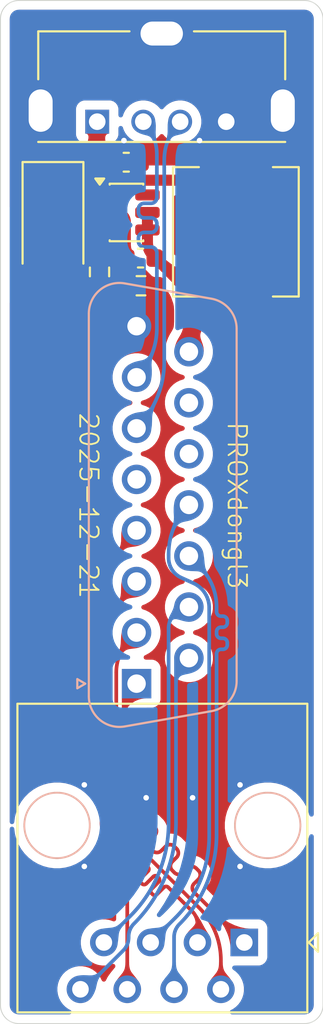
<source format=kicad_pcb>
(kicad_pcb
	(version 20241229)
	(generator "pcbnew")
	(generator_version "9.0")
	(general
		(thickness 1.6)
		(legacy_teardrops no)
	)
	(paper "A4")
	(layers
		(0 "F.Cu" signal)
		(2 "B.Cu" signal)
		(9 "F.Adhes" user "F.Adhesive")
		(11 "B.Adhes" user "B.Adhesive")
		(13 "F.Paste" user)
		(15 "B.Paste" user)
		(5 "F.SilkS" user "F.Silkscreen")
		(7 "B.SilkS" user "B.Silkscreen")
		(1 "F.Mask" user)
		(3 "B.Mask" user)
		(17 "Dwgs.User" user "User.Drawings")
		(19 "Cmts.User" user "User.Comments")
		(21 "Eco1.User" user "User.Eco1")
		(23 "Eco2.User" user "User.Eco2")
		(25 "Edge.Cuts" user)
		(27 "Margin" user)
		(31 "F.CrtYd" user "F.Courtyard")
		(29 "B.CrtYd" user "B.Courtyard")
		(35 "F.Fab" user)
		(33 "B.Fab" user)
		(39 "User.1" user)
		(41 "User.2" user)
		(43 "User.3" user)
		(45 "User.4" user)
	)
	(setup
		(pad_to_mask_clearance 0)
		(allow_soldermask_bridges_in_footprints no)
		(tenting front back)
		(pcbplotparams
			(layerselection 0x00000000_00000000_55555555_5755f5ff)
			(plot_on_all_layers_selection 0x00000000_00000000_00000000_00000000)
			(disableapertmacros no)
			(usegerberextensions yes)
			(usegerberattributes yes)
			(usegerberadvancedattributes yes)
			(creategerberjobfile yes)
			(dashed_line_dash_ratio 12.000000)
			(dashed_line_gap_ratio 3.000000)
			(svgprecision 4)
			(plotframeref no)
			(mode 1)
			(useauxorigin no)
			(hpglpennumber 1)
			(hpglpenspeed 20)
			(hpglpendiameter 15.000000)
			(pdf_front_fp_property_popups yes)
			(pdf_back_fp_property_popups yes)
			(pdf_metadata yes)
			(pdf_single_document no)
			(dxfpolygonmode yes)
			(dxfimperialunits yes)
			(dxfusepcbnewfont yes)
			(psnegative no)
			(psa4output no)
			(plot_black_and_white yes)
			(sketchpadsonfab no)
			(plotpadnumbers no)
			(hidednponfab no)
			(sketchdnponfab yes)
			(crossoutdnponfab yes)
			(subtractmaskfromsilk no)
			(outputformat 1)
			(mirror no)
			(drillshape 0)
			(scaleselection 1)
			(outputdirectory "out/")
		)
	)
	(net 0 "")
	(net 1 "unconnected-(J1-P14-Pad14)")
	(net 2 "/ETH_DC1+")
	(net 3 "/ETH_RX-")
	(net 4 "/ETH_TX+")
	(net 5 "/ETH_DC2+")
	(net 6 "/ETH_DC1-")
	(net 7 "unconnected-(J1-P13-Pad13)")
	(net 8 "/ETH_DC2-")
	(net 9 "/ETH_RX+")
	(net 10 "/ETH_TX-")
	(net 11 "unconnected-(J1-Pad5)")
	(net 12 "/USB_D-")
	(net 13 "/USB_D+")
	(net 14 "+3V3")
	(net 15 "GND")
	(net 16 "+5V")
	(net 17 "Net-(D1-A)")
	(net 18 "Net-(U1-FB)")
	(net 19 "unconnected-(U1-NC-Pad6)")
	(footprint "Connector_USB:USB_A_Molex_105057_Vertical" (layer "F.Cu") (at 105.25 49.575))
	(footprint "Diode_SMD:D_SMA" (layer "F.Cu") (at 102.85 55.275 -90))
	(footprint "Package_TO_SOT_SMD:SOT-23-6" (layer "F.Cu") (at 106.8375 54.5))
	(footprint "Capacitor_SMD:C_0603_1608Metric" (layer "F.Cu") (at 106.825 51.775))
	(footprint "Inductor_SMD:L_APV_APH0630" (layer "F.Cu") (at 112.775 55.55 90))
	(footprint "Resistor_SMD:R_0603_1608Metric" (layer "F.Cu") (at 107.625 58.475))
	(footprint "Resistor_SMD:R_0603_1608Metric" (layer "F.Cu") (at 105.375 57.725 90))
	(footprint "Capacitor_SMD:C_0603_1608Metric" (layer "F.Cu") (at 107.6 56.975 180))
	(footprint "Connector_RJ:RJ45_OST_PJ012-8P8CX_Vertical" (layer "F.Cu") (at 113.23 94.1 180))
	(footprint "Connector_Dsub:DSUB-15_Socket_Vertical_P2.77x2.84mm" (layer "B.Cu") (at 107.385 80.06 -90))
	(gr_line
		(start 100 97.5)
		(end 100 44)
		(stroke
			(width 0.05)
			(type default)
		)
		(layer "Edge.Cuts")
		(uuid "0db6ce03-0979-466c-8d70-b73e485d4a8f")
	)
	(gr_line
		(start 117.5 44)
		(end 117.5 97.5)
		(stroke
			(width 0.05)
			(type default)
		)
		(layer "Edge.Cuts")
		(uuid "10be46f5-97dc-400b-ad24-0b8b87306653")
	)
	(gr_line
		(start 101 43)
		(end 116.5 43)
		(stroke
			(width 0.05)
			(type default)
		)
		(layer "Edge.Cuts")
		(uuid "413b3a9e-9bd9-4831-9365-cd63dbd28d7f")
	)
	(gr_arc
		(start 116.5 43)
		(mid 117.207107 43.292893)
		(end 117.5 44)
		(stroke
			(width 0.05)
			(type default)
		)
		(layer "Edge.Cuts")
		(uuid "52b734ef-74dd-43b6-888f-18443ecf54e3")
	)
	(gr_arc
		(start 101 98.5)
		(mid 100.292893 98.207107)
		(end 100 97.5)
		(stroke
			(width 0.05)
			(type default)
		)
		(layer "Edge.Cuts")
		(uuid "6a17951b-3130-4b4a-9fe8-2b07478bf2be")
	)
	(gr_line
		(start 116.5 98.5)
		(end 101 98.5)
		(stroke
			(width 0.05)
			(type default)
		)
		(layer "Edge.Cuts")
		(uuid "79c46bbb-04e4-4a4a-967a-27117ae08049")
	)
	(gr_arc
		(start 117.5 97.5)
		(mid 117.207107 98.207107)
		(end 116.5 98.5)
		(stroke
			(width 0.05)
			(type default)
		)
		(layer "Edge.Cuts")
		(uuid "dbd91a20-56fa-46cf-ba01-69e810d4c7e5")
	)
	(gr_arc
		(start 100 44)
		(mid 100.292893 43.292893)
		(end 101 43)
		(stroke
			(width 0.05)
			(type default)
		)
		(layer "Edge.Cuts")
		(uuid "f40b6dc1-c075-4afe-b6bc-38632a8e4915")
	)
	(gr_text "PROXdongl3\n\n\n\n\n2025-12-21"
		(at 104.2 70.4 270)
		(layer "F.SilkS")
		(uuid "ca6d681c-1b30-4157-b329-de577ee1e039")
		(effects
			(font
				(size 1 1)
				(thickness 0.1)
			)
			(justify bottom)
		)
	)
	(segment
		(start 109.42 93.811314)
		(end 109.42 96.64)
		(width 0.2)
		(layer "B.Cu")
		(net 2)
		(uuid "1b3a16c5-83c5-4082-963a-24f4bce5b034")
	)
	(segment
		(start 111.727 78.438473)
		(end 111.727 78.558473)
		(width 0.2)
		(layer "B.Cu")
		(net 2)
		(uuid "297592fe-a272-44fc-9e77-42cb25950c25")
	)
	(segment
		(start 112.307 77.838473)
		(end 112.307 77.958473)
		(width 0.2)
		(layer "B.Cu")
		(net 2)
		(uuid "3605a777-fcb1-4949-9d2b-4fed50311136")
	)
	(segment
		(start 110.225 73.135)
		(end 110.837673 73.747673)
		(width 0.2)
		(layer "B.Cu")
		(net 2)
		(uuid "42abc40d-b88e-4359-b3e2-d2fd62bc3daf")
	)
	(segment
		(start 111.967 76.398473)
		(end 112.067 76.398473)
		(width 0.2)
		(layer "B.Cu")
		(net 2)
		(uuid "4b6e64f8-ddf2-4ad7-88b5-f979a45e1a53")
	)
	(segment
		(start 111.727 78.611757)
		(end 111.727 79.948824)
		(width 0.2)
		(layer "B.Cu")
		(net 2)
		(uuid "58c9926b-6326-42e7-9dc0-12c851049de2")
	)
	(segment
		(start 111.727 78.558473)
		(end 111.727 78.611757)
		(width 0.2)
		(layer "B.Cu")
		(net 2)
		(uuid "83f4b8a8-9871-4188-8e2f-293062ac7c8a")
	)
	(segment
		(start 112.307 76.638473)
		(end 112.307 76.758473)
		(width 0.2)
		(layer "B.Cu")
		(net 2)
		(uuid "989da18c-164e-4312-b765-d0763e0d36c9")
	)
	(segment
		(start 112.067 76.998473)
		(end 111.967 76.998473)
		(width 0.2)
		(layer "B.Cu")
		(net 2)
		(uuid "aba83d00-45b9-415e-8971-df563c611b99")
	)
	(segment
		(start 111.727 79.948824)
		(end 111.727 88.241834)
		(width 0.2)
		(layer "B.Cu")
		(net 2)
		(uuid "b4f4a6aa-0c07-400b-8acd-30687c0c6f72")
	)
	(segment
		(start 112.067 78.198473)
		(end 111.967 78.198473)
		(width 0.2)
		(layer "B.Cu")
		(net 2)
		(uuid "c29c28f6-4ec4-47de-af13-a0590522dd89")
	)
	(segment
		(start 111.727005 75.894771)
		(end 111.727 76.158473)
		(width 0.2)
		(layer "B.Cu")
		(net 2)
		(uuid "cca05b71-5b5f-4256-ab52-cb01e3d64242")
	)
	(segment
		(start 111.727 77.238473)
		(end 111.727 77.358473)
		(width 0.2)
		(layer "B.Cu")
		(net 2)
		(uuid "e8f35f1c-5947-4153-b041-9d5f8b5d5ced")
	)
	(segment
		(start 111.967 77.598473)
		(end 112.067 77.598473)
		(width 0.2)
		(layer "B.Cu")
		(net 2)
		(uuid "eca8d92f-de7c-4ff4-8620-6832795d65d8")
	)
	(arc
		(start 111.727 88.241834)
		(mid 111.203571 90.873289)
		(end 109.712893 93.104207)
		(width 0.2)
		(layer "B.Cu")
		(net 2)
		(uuid "3d729d30-f11a-449e-8f5f-d25a15500890")
	)
	(arc
		(start 111.727 77.358473)
		(mid 111.797294 77.528179)
		(end 111.967 77.598473)
		(width 0.2)
		(layer "B.Cu")
		(net 2)
		(uuid "4889e938-fd7e-45f7-a438-fd58a02665ad")
	)
	(arc
		(start 111.967 76.998473)
		(mid 111.797294 77.068767)
		(end 111.727 77.238473)
		(width 0.2)
		(layer "B.Cu")
		(net 2)
		(uuid "840bed66-a729-458a-bb79-41114e5b1fc5")
	)
	(arc
		(start 112.307 77.958473)
		(mid 112.236706 78.128179)
		(end 112.067 78.198473)
		(width 0.2)
		(layer "B.Cu")
		(net 2)
		(uuid "88017b7f-2ce8-4096-b5fa-7d43e157a07b")
	)
	(arc
		(start 112.307 76.758473)
		(mid 112.236706 76.928179)
		(end 112.067 76.998473)
		(width 0.2)
		(layer "B.Cu")
		(net 2)
		(uuid "9785c371-2f24-469e-8504-4a7247b09219")
	)
	(arc
		(start 111.727 76.158473)
		(mid 111.797294 76.328179)
		(end 111.967 76.398473)
		(width 0.2)
		(layer "B.Cu")
		(net 2)
		(uuid "a609964b-d264-4d9f-b12b-08cc4a699a63")
	)
	(arc
		(start 112.067 76.398473)
		(mid 112.236706 76.468767)
		(end 112.307 76.638473)
		(width 0.2)
		(layer "B.Cu")
		(net 2)
		(uuid "ac1d85bb-f59a-4dfc-941c-ef6392377f83")
	)
	(arc
		(start 109.712893 93.104207)
		(mid 109.49612 93.428631)
		(end 109.42 93.811314)
		(width 0.2)
		(layer "B.Cu")
		(net 2)
		(uuid "d6ee7632-5b2a-4cfb-b595-83b645ff3a0f")
	)
	(arc
		(start 110.837673 73.747673)
		(mid 111.495887 74.73277)
		(end 111.727005 75.894771)
		(width 0.2)
		(layer "B.Cu")
		(net 2)
		(uuid "d77a85b3-60db-4da9-b72d-3bba58386af8")
	)
	(arc
		(start 112.067 77.598473)
		(mid 112.236706 77.668767)
		(end 112.307 77.838473)
		(width 0.2)
		(layer "B.Cu")
		(net 2)
		(uuid "db339cf9-2624-410e-9cdf-a3c53cbe6b3f")
	)
	(arc
		(start 111.967 78.198473)
		(mid 111.797294 78.268767)
		(end 111.727 78.438473)
		(width 0.2)
		(layer "B.Cu")
		(net 2)
		(uuid "e60421ae-9944-4ba1-b5d8-dc864b2c1861")
	)
	(segment
		(start 106.88 96.64)
		(end 106.88 91.014127)
		(width 0.2)
		(layer "F.Cu")
		(net 3)
		(uuid "35e5ba2f-7fd0-48ff-93b1-eae833a0d61e")
	)
	(segment
		(start 105.482 87.639086)
		(end 105.482 76.344198)
		(width 0.2)
		(layer "F.Cu")
		(net 3)
		(uuid "60b35e78-4833-4263-92c3-97eb2a95da3d")
	)
	(arc
		(start 105.774893 88.346193)
		(mid 106.592798 89.570264)
		(end 106.88 91.014127)
		(width 0.2)
		(layer "F.Cu")
		(net 3)
		(uuid "19e1288e-cd7a-4cfe-953d-6947053902e2")
	)
	(arc
		(start 107.385 71.75)
		(mid 105.976563 73.857856)
		(end 105.482 76.344198)
		(width 0.2)
		(layer "F.Cu")
		(net 3)
		(uuid "9c5fc30d-d7ed-4b8a-bacb-26097bee2dee")
	)
	(arc
		(start 105.774893 88.346193)
		(mid 105.55812 88.02177)
		(end 105.482 87.639086)
		(width 0.2)
		(layer "F.Cu")
		(net 3)
		(uuid "d51b8968-c8e4-42c4-9a1a-bfffcced0d88")
	)
	(segment
		(start 106.685 80.76)
		(end 106.685 87.140786)
		(width 0.2)
		(layer "F.Cu")
		(net 4)
		(uuid "213cc9bc-96a1-4c17-8f5c-ccd93a116c65")
	)
	(segment
		(start 108.728115 89.12294)
		(end 108.960045 88.891007)
		(width 0.2)
		(layer "F.Cu")
		(net 4)
		(uuid "24ac8024-d204-4326-b00b-005f6abc51fc")
	)
	(segment
		(start 110.62316 90.078947)
		(end 110.741953 90.19774)
		(width 0.2)
		(layer "F.Cu")
		(net 4)
		(uuid "33be4c92-56f3-41eb-816b-15f32d9d77e2")
	)
	(segment
		(start 107.385 80.06)
		(end 106.685 80.76)
		(width 0.2)
		(layer "F.Cu")
		(net 4)
		(uuid "34c1f55e-d59e-4312-a4ac-b692196311fb")
	)
	(segment
		(start 110.741953 90.672916)
		(end 110.51002 90.904846)
		(width 0.2)
		(layer "F.Cu")
		(net 4)
		(uuid "5422b261-37a7-4aa3-8ee2-9fe0f509da50")
	)
	(segment
		(start 107.385 80.06)
		(end 106.977893 80.467107)
		(width 0.2)
		(layer "F.Cu")
		(net 4)
		(uuid "6c1f7510-deab-4342-9ffa-c055c23b178e")
	)
	(segment
		(start 107.540176 87.935001)
		(end 107.772106 87.703068)
		(width 0.2)
		(layer "F.Cu")
		(net 4)
		(uuid "84b38016-7cc8-4fa3-8b7d-a5b057c522ba")
	)
	(segment
		(start 109.554014 89.484977)
		(end 109.322081 89.716907)
		(width 0.2)
		(layer "F.Cu")
		(net 4)
		(uuid "9ac48fe6-f7b1-44c0-98a7-4e04da66844b")
	)
	(segment
		(start 109.916054 90.310879)
		(end 110.147984 90.078946)
		(width 0.2)
		(layer "F.Cu")
		(net 4)
		(uuid "a2574c8e-f60c-47dc-ba1e-fdeaf4826972")
	)
	(segment
		(start 110.628817 91.498817)
		(end 111.065 91.935)
		(width 0.2)
		(layer "F.Cu")
		(net 4)
		(uuid "ab11df4e-0c3b-49e5-b3ae-859f74f2b246")
	)
	(segment
		(start 109.435221 88.891008)
		(end 109.554014 89.009801)
		(width 0.2)
		(layer "F.Cu")
		(net 4)
		(uuid "b6312bb9-ecae-4f9e-96e4-326e5c0f01a1")
	)
	(segment
		(start 109.322082 90.192083)
		(end 109.440878 90.310878)
		(width 0.2)
		(layer "F.Cu")
		(net 4)
		(uuid "b73de118-aa28-480d-b46e-9d60e59735a8")
	)
	(segment
		(start 108.366075 88.297038)
		(end 108.134142 88.528968)
		(width 0.2)
		(layer "F.Cu")
		(net 4)
		(uuid "bca99180-b19e-4329-afac-060f59b785f4")
	)
	(segment
		(start 111.065 91.935)
		(end 113.23 94.1)
		(width 0.2)
		(layer "F.Cu")
		(net 4)
		(uuid "d2aaabad-c98a-45ae-96f4-1a8bd2222fa4")
	)
	(segment
		(start 108.247282 87.703069)
		(end 108.366075 87.821862)
		(width 0.2)
		(layer "F.Cu")
		(net 4)
		(uuid "dfb03752-e664-48a2-9d08-a7133c0f8063")
	)
	(segment
		(start 110.510021 91.380022)
		(end 110.628817 91.498817)
		(width 0.2)
		(layer "F.Cu")
		(net 4)
		(uuid "e06b253f-14fb-4dc8-9851-561d427c4427")
	)
	(segment
		(start 106.977893 87.847893)
		(end 107.065 87.935)
		(width 0.2)
		(layer "F.Cu")
		(net 4)
		(uuid "e20394a6-36ba-478e-8529-2641863adfaf")
	)
	(segment
		(start 108.134143 89.004144)
		(end 108.252939 89.122939)
		(width 0.2)
		(layer "F.Cu")
		(net 4)
		(uuid "e7e0aa8a-e407-46af-a998-0e98ace99086")
	)
	(arc
		(start 108.134142 88.528968)
		(mid 108.035731 88.766556)
		(end 108.134143 89.004144)
		(width 0.2)
		(layer "F.Cu")
		(net 4)
		(uuid "233b63ef-0432-464d-be60-e0fff5d13ac2")
	)
	(arc
		(start 110.51002 90.904846)
		(mid 110.411609 91.142434)
		(end 110.510021 91.380022)
		(width 0.2)
		(layer "F.Cu")
		(net 4)
		(uuid "3f33e3bc-9f81-4a07-86d5-c2781531a87b")
	)
	(arc
		(start 109.440878 90.310878)
		(mid 109.678467 90.40929)
		(end 109.916054 90.310879)
		(width 0.2)
		(layer "F.Cu")
		(net 4)
		(uuid "443a3d4a-6585-4196-a40e-7041425c4eac")
	)
	(arc
		(start 110.147984 90.078946)
		(mid 110.385572 89.980535)
		(end 110.62316 90.078947)
		(width 0.2)
		(layer "F.Cu")
		(net 4)
		(uuid "450e2d8f-0dd2-42b4-8f9f-39d4c2ccd201")
	)
	(arc
		(start 110.741953 90.19774)
		(mid 110.840365 90.435328)
		(end 110.741953 90.672916)
		(width 0.2)
		(layer "F.Cu")
		(net 4)
		(uuid "4e2764a4-0acf-4e47-855b-0e09e4b064ac")
	)
	(arc
		(start 107.065 87.935)
		(mid 107.302589 88.033412)
		(end 107.540176 87.935001)
		(width 0.2)
		(layer "F.Cu")
		(net 4)
		(uuid "617fa0de-ebb0-436c-8263-15595d60ef9c")
	)
	(arc
		(start 108.366075 87.821862)
		(mid 108.464487 88.05945)
		(end 108.366075 88.297038)
		(width 0.2)
		(layer "F.Cu")
		(net 4)
		(uuid "75f31041-05b3-4f77-bf21-c5469b3b3203")
	)
	(arc
		(start 108.252939 89.122939)
		(mid 108.490528 89.221351)
		(end 108.728115 89.12294)
		(width 0.2)
		(layer "F.Cu")
		(net 4)
		(uuid "8f790694-a398-4b1e-bb57-b582fb2543be")
	)
	(arc
		(start 107.772106 87.703068)
		(mid 108.009694 87.604657)
		(end 108.247282 87.703069)
		(width 0.2)
		(layer "F.Cu")
		(net 4)
		(uuid "a951adfe-5ee2-47da-a8db-acf76f9336c4")
	)
	(arc
		(start 109.554014 89.009801)
		(mid 109.652426 89.247389)
		(end 109.554014 89.484977)
		(width 0.2)
		(layer "F.Cu")
		(net 4)
		(uuid "cac28868-16bc-44b8-8510-56e0c858b8a5")
	)
	(arc
		(start 106.685 87.140786)
		(mid 106.76112 87.52347)
		(end 106.977893 87.847893)
		(width 0.2)
		(layer "F.Cu")
		(net 4)
		(uuid "d50a074b-b3dd-4558-8c40-85b226028dcd")
	)
	(arc
		(start 109.322081 89.716907)
		(mid 109.22367 89.954495)
		(end 109.322082 90.192083)
		(width 0.2)
		(layer "F.Cu")
		(net 4)
		(uuid "dc2f670d-15ea-4477-9882-6c8a74a5d2f3")
	)
	(arc
		(start 108.960045 88.891007)
		(mid 109.197633 88.792596)
		(end 109.435221 88.891008)
		(width 0.2)
		(layer "F.Cu")
		(net 4)
		(uuid "e16beaad-139b-4905-8a28-40e8a90511db")
	)
	(segment
		(start 111.326 75.937102)
		(end 111.326 88.341275)
		(width 0.2)
		(layer "B.Cu")
		(net 5)
		(uuid "2e521ab4-1c9c-4f82-8744-e8f74b45f502")
	)
	(segment
		(start 109.4997 92.750316)
		(end 108.15 94.1)
		(width 0.2)
		(layer "B.Cu")
		(net 5)
		(uuid "50323dfe-b2cd-4ed8-8839-87d366f75576")
	)
	(segment
		(start 109.123999 73.094481)
		(end 109.123997 73.24715)
		(width 0.2)
		(layer "B.Cu")
		(net 5)
		(uuid "573d0532-267c-4c64-81f2-82efa49f1e11")
	)
	(segment
		(start 109.124 73.050762)
		(end 109.123999 73.094481)
		(width 0.2)
		(layer "B.Cu")
		(net 5)
		(uuid "83aac324-fece-4496-8203-5c602cf4d72f")
	)
	(segment
		(start 109.124 73.022931)
		(end 109.124 73.050762)
		(width 0.2)
		(layer "B.Cu")
		(net 5)
		(uuid "b55e6cf2-afd1-4de7-8e61-c1b98395f5a3")
	)
	(segment
		(start 109.80946 74.311291)
		(end 110.472761 74.612516)
		(width 0.2)
		(layer "B.Cu")
		(net 5)
		(uuid "e3ce3b94-346f-4702-a787-4bad6a18c179")
	)
	(arc
		(start 109.123997 73.24715)
		(mid 109.310191 73.880054)
		(end 109.80946 74.311291)
		(width 0.2)
		(layer "B.Cu")
		(net 5)
		(uuid "29764fa2-a997-4704-9206-466832b26de4")
	)
	(arc
		(start 110.225 70.365)
		(mid 109.410133 71.584481)
		(end 109.124 73.022931)
		(width 0.2)
		(layer "B.Cu")
		(net 5)
		(uuid "524331c2-a955-4a25-93ad-45d61e2ba38d")
	)
	(arc
		(start 111.326 88.341275)
		(mid 110.85136 90.727434)
		(end 109.4997 92.750316)
		(width 0.2)
		(layer "B.Cu")
		(net 5)
		(uuid "95ff44f7-af53-4de6-a56f-ea9300a9a3de")
	)
	(arc
		(start 111.326 75.937102)
		(mid 111.094227 75.149297)
		(end 110.472761 74.612516)
		(width 0.2)
		(layer "B.Cu")
		(net 5)
		(uuid "e8685c65-5f2e-4be2-a160-a7a6580df01f")
	)
	(segment
		(start 109.416893 76.333107)
		(end 109.845 75.905)
		(width 0.2)
		(layer "B.Cu")
		(net 6)
		(uuid "19de6717-dd66-4f55-9b1f-ed5f070abbb0")
	)
	(segment
		(start 109.124 87.641773)
		(end 109.124 77.040214)
		(width 0.2)
		(layer "B.Cu")
		(net 6)
		(uuid "7ef2c0a7-1daf-4709-ba47-40c201c5c4ee")
	)
	(segment
		(start 109.845 75.905)
		(end 110.225 75.905)
		(width 0.2)
		(layer "B.Cu")
		(net 6)
		(uuid "7ff693eb-e5e6-4b1c-9b05-4bb976a10db3")
	)
	(segment
		(start 105.61 94.1)
		(end 107.042033 92.668001)
		(width 0.2)
		(layer "B.Cu")
		(net 6)
		(uuid "947dcb75-2a58-4d01-91e3-4a251669c49b")
	)
	(segment
		(start 105.61 94.1)
		(end 105.5 93.99)
		(width 0.2)
		(layer "B.Cu")
		(net 6)
		(uuid "ee570994-3e94-4237-bd5c-cfcc1aedb572")
	)
	(arc
		(start 107.042033 92.668001)
		(mid 108.582913 90.361955)
		(end 109.124 87.641773)
		(width 0.2)
		(layer "B.Cu")
		(net 6)
		(uuid "9367f155-3e0b-4ef1-95e0-d75e8f9bf54c")
	)
	(arc
		(start 109.416893 76.333107)
		(mid 109.20012 76.65753)
		(end 109.124 77.040214)
		(width 0.2)
		(layer "B.Cu")
		(net 6)
		(uuid "ac278524-a01d-4232-8144-d0e3b99e6d94")
	)
	(segment
		(start 106.953893 93.828232)
		(end 106.953893 93.785982)
		(width 0.2)
		(layer "B.Cu")
		(net 8)
		(uuid "6010f089-3123-43db-a364-fbc262c45f34")
	)
	(segment
		(start 109.525 87.578835)
		(end 109.525 79.789214)
		(width 0.2)
		(layer "B.Cu")
		(net 8)
		(uuid "7e9e76bf-d0c5-4b76-b851-d7129937c28e")
	)
	(segment
		(start 104.556339 96.64)
		(end 106.661 94.535339)
		(width 0.2)
		(layer "B.Cu")
		(net 8)
		(uuid "95ee3c68-50d0-449d-b1c1-bdd40f4b71cc")
	)
	(segment
		(start 104.34 96.64)
		(end 104.556339 96.64)
		(width 0.2)
		(layer "B.Cu")
		(net 8)
		(uuid "b41c45bb-3840-4329-873b-0826724ca19c")
	)
	(segment
		(start 109.817893 79.082107)
		(end 110.225 78.675)
		(width 0.2)
		(layer "B.Cu")
		(net 8)
		(uuid "ee68e164-ca41-4506-92ea-0620134d969e")
	)
	(arc
		(start 109.525 79.789214)
		(mid 109.60112 79.406531)
		(end 109.817893 79.082107)
		(width 0.2)
		(layer "B.Cu")
		(net 8)
		(uuid "601c0325-34fd-4107-8982-98e1646ff6bb")
	)
	(arc
		(start 106.953893 93.785982)
		(mid 107.030013 93.403299)
		(end 107.246786 93.078875)
		(width 0.2)
		(layer "B.Cu")
		(net 8)
		(uuid "6cbdcb56-97f5-4eb9-bec7-9c4b1ad8ab0a")
	)
	(arc
		(start 106.661 94.535339)
		(mid 106.877773 94.210916)
		(end 106.953893 93.828232)
		(width 0.2)
		(layer "B.Cu")
		(net 8)
		(uuid "cdf8a814-f6e8-4848-b587-18abdfccfa59")
	)
	(arc
		(start 107.246786 93.078875)
		(mid 108.932921 90.555415)
		(end 109.525 87.578835)
		(width 0.2)
		(layer "B.Cu")
		(net 8)
		(uuid "eb7a141a-7c25-4cc6-b7e6-d884c399ce57")
	)
	(segment
		(start 109.162381 91.166581)
		(end 109.3279 91.3321)
		(width 0.2)
		(layer "F.Cu")
		(net 9)
		(uuid "15b411c7-ffbd-4ead-bf58-f9f9c6b35cb2")
	)
	(segment
		(start 109.104397 91.108597)
		(end 109.162381 91.166581)
		(width 0.2)
		(layer "F.Cu")
		(net 9)
		(uuid "2762318f-2d42-4a0d-9577-aa34abcf0d1c")
	)
	(segment
		(start 108.002727 90.238858)
		(end 107.619475 90.622109)
		(width 0.2)
		(layer "F.Cu")
		(net 9)
		(uuid "287071ee-1ee2-499c-a9ce-f8ecf42d3b0b")
	)
	(segment
		(start 107.4229 89.659031)
		(end 107.216424 89.865506)
		(width 0.2)
		(layer "F.Cu")
		(net 9)
		(uuid "29a7ed2f-8e4f-4cb7-82c9-1b82aa07d29c")
	)
	(segment
		(start 108.199302 91.433867)
		(end 108.257284 91.491849)
		(width 0.2)
		(layer "F.Cu")
		(net 9)
		(uuid "2bc0a353-443d-4045-92f7-8008b44d6876")
	)
	(segment
		(start 107.216424 90.097437)
		(end 107.274406 90.155419)
		(width 0.2)
		(layer "F.Cu")
		(net 9)
		(uuid "3bd8a843-541f-49a2-80ce-54e5adec7582")
	)
	(segment
		(start 109.3279 91.3321)
		(end 110.281037 92.285237)
		(width 0.2)
		(layer "F.Cu")
		(net 9)
		(uuid "3ff0c178-d559-4453-b347-324ac0c71169")
	)
	(segment
		(start 110.281037 92.285237)
		(end 110.397107 92.401307)
		(width 0.2)
		(layer "F.Cu")
		(net 9)
		(uuid "870a4c3e-3467-4d7d-899e-2fa5d5e145dc")
	)
	(segment
		(start 107.944743 89.948943)
		(end 108.002727 90.006927)
		(width 0.2)
		(layer "F.Cu")
		(net 9)
		(uuid "9c62ffd7-2d59-4831-8a10-0b34bb66b7f3")
	)
	(segment
		(start 107.506337 90.155419)
		(end 107.712812 89.948943)
		(width 0.2)
		(layer "F.Cu")
		(net 9)
		(uuid "a5c6f3b1-9b78-483d-a59a-da4a82b89d2b")
	)
	(segment
		(start 107.909388 90.912022)
		(end 108.292639 90.52877)
		(width 0.2)
		(layer "F.Cu")
		(net 9)
		(uuid "a8239e8f-f4ad-4bcd-a685-40b24630076d")
	)
	(segment
		(start 108.582554 90.818685)
		(end 108.199302 91.201936)
		(width 0.2)
		(layer "F.Cu")
		(net 9)
		(uuid "ae2a428f-6241-4267-938d-dc7b1785dbab")
	)
	(segment
		(start 107.619475 90.85404)
		(end 107.677457 90.912022)
		(width 0.2)
		(layer "F.Cu")
		(net 9)
		(uuid "bd542de6-00d6-4569-a8a8-7b814e5434c0")
	)
	(segment
		(start 105.883 78.146129)
		(end 105.883 87.472986)
		(width 0.2)
		(layer "F.Cu")
		(net 9)
		(uuid "bdcc6913-de0c-47e8-80af-b18b6df31a33")
	)
	(segment
		(start 108.52457 90.52877)
		(end 108.582554 90.586754)
		(width 0.2)
		(layer "F.Cu")
		(net 9)
		(uuid "cbb60cd9-50b4-4299-b5a3-262396cc7801")
	)
	(segment
		(start 106.175893 88.180093)
		(end 107.4229 89.4271)
		(width 0.2)
		(layer "F.Cu")
		(net 9)
		(uuid "dc2eb85c-2011-497b-9c1a-e9375e89c281")
	)
	(segment
		(start 108.489215 91.491849)
		(end 108.872466 91.108597)
		(width 0.2)
		(layer "F.Cu")
		(net 9)
		(uuid "f106b01f-947e-4b6d-b921-7b6d67ddc96c")
	)
	(segment
		(start 110.69 93.108414)
		(end 110.69 94.1)
		(width 0.2)
		(layer "F.Cu")
		(net 9)
		(uuid "fadf9c9d-be21-45c6-bd28-ba31471b182e")
	)
	(arc
		(start 107.677457 90.912022)
		(mid 107.793423 90.960056)
		(end 107.909388 90.912022)
		(width 0.2)
		(layer "F.Cu")
		(net 9)
		(uuid "0044d40f-1336-4018-897f-f767c31ef9ee")
	)
	(arc
		(start 110.397107 92.401307)
		(mid 110.61388 92.725731)
		(end 110.69 93.108414)
		(width 0.2)
		(layer "F.Cu")
		(net 9)
		(uuid "08a9e97a-790d-4c1c-9c02-8911175f24f6")
	)
	(arc
		(start 105.883 87.472986)
		(mid 105.95912 87.855669)
		(end 106.175893 88.180093)
		(width 0.2)
		(layer "F.Cu")
		(net 9)
		(uuid "132eb2b6-7af8-45e0-ad5e-0a1ba96503ff")
	)
	(arc
		(start 108.199302 91.201936)
		(mid 108.151268 91.317901)
		(end 108.199302 91.433867)
		(width 0.2)
		(layer "F.Cu")
		(net 9)
		(uuid "2908833b-4ba6-4279-91a0-8e3768d41ad8")
	)
	(arc
		(start 107.4229 89.4271)
		(mid 107.470934 89.543066)
		(end 107.4229 89.659031)
		(width 0.2)
		(layer "F.Cu")
		(net 9)
		(uuid "3d1a5c3b-9c1c-4ff9-b509-0cd7ba345534")
	)
	(arc
		(start 108.002727 90.006927)
		(mid 108.050761 90.122893)
		(end 108.002727 90.238858)
		(width 0.2)
		(layer "F.Cu")
		(net 9)
		(uuid "43d0c6e6-db7b-45ce-b80a-75e47fc99d11")
	)
	(arc
		(start 107.619475 90.622109)
		(mid 107.571441 90.738074)
		(end 107.619475 90.85404)
		(width 0.2)
		(layer "F.Cu")
		(net 9)
		(uuid "450ede13-fc08-433a-a879-90ba3cb3c275")
	)
	(arc
		(start 107.712812 89.948943)
		(mid 107.828777 89.900909)
		(end 107.944743 89.948943)
		(width 0.2)
		(layer "F.Cu")
		(net 9)
		(uuid "559183c8-82a1-498e-9f0c-0c279546951a")
	)
	(arc
		(start 108.292639 90.52877)
		(mid 108.408604 90.480736)
		(end 108.52457 90.52877)
		(width 0.2)
		(layer "F.Cu")
		(net 9)
		(uuid "6c24ef7f-7479-488d-81ee-eaa183b09299")
	)
	(arc
		(start 108.582554 90.586754)
		(mid 108.630588 90.70272)
		(end 108.582554 90.818685)
		(width 0.2)
		(layer "F.Cu")
		(net 9)
		(uuid "a09cebd6-3518-47f7-8983-a19fb2e66433")
	)
	(arc
		(start 107.274406 90.155419)
		(mid 107.390372 90.203453)
		(end 107.506337 90.155419)
		(width 0.2)
		(layer "F.Cu")
		(net 9)
		(uuid "a2dcb139-68dc-48c9-8390-fa2135db1e40")
	)
	(arc
		(start 107.216424 89.865506)
		(mid 107.16839 89.981471)
		(end 107.216424 90.097437)
		(width 0.2)
		(layer "F.Cu")
		(net 9)
		(uuid "ad7c87b6-7075-4132-a3b8-14a1b031aa08")
	)
	(arc
		(start 107.385 74.52)
		(mid 106.273353 76.18369)
		(end 105.883 78.146129)
		(width 0.2)
		(layer "F.Cu")
		(net 9)
		(uuid "b7972300-392c-4a71-beb6-4c9b3c4b1973")
	)
	(arc
		(start 108.872466 91.108597)
		(mid 108.988431 91.060563)
		(end 109.104397 91.108597)
		(width 0.2)
		(layer "F.Cu")
		(net 9)
		(uuid "ea0192bc-0949-40f4-aa03-732e56c585c8")
	)
	(arc
		(start 108.257284 91.491849)
		(mid 108.37325 91.539883)
		(end 108.489215 91.491849)
		(width 0.2)
		(layer "F.Cu")
		(net 9)
		(uuid "ffa78e4a-9ea6-435a-ba81-a0d93d71d9c7")
	)
	(segment
		(start 111.96 96.64)
		(end 111.96 95.064265)
		(width 0.2)
		(layer "F.Cu")
		(net 10)
		(uuid "1e072b2f-a021-4d03-b679-d9ccb33c45ac")
	)
	(segment
		(start 110.781137 92.218237)
		(end 106.576893 88.013993)
		(width 0.2)
		(layer "F.Cu")
		(net 10)
		(uuid "2ced86cf-7653-41f5-805b-b58d44cbf522")
	)
	(segment
		(start 107.037789 77.637211)
		(end 107.385 77.29)
		(width 0.2)
		(layer "F.Cu")
		(net 10)
		(uuid "54d048d0-6021-4565-a7d5-639d167c4ae7")
	)
	(segment
		(start 106.284 87.306886)
		(end 106.284 79.457019)
		(width 0.2)
		(layer "F.Cu")
		(net 10)
		(uuid "712ae5f0-9554-4cfe-b6b0-42cb67fcdea8")
	)
	(arc
		(start 106.576893 88.013993)
		(mid 106.36012 87.68957)
		(end 106.284 87.306886)
		(width 0.2)
		(layer "F.Cu")
		(net 10)
		(uuid "0907e4d0-264d-4934-9588-116a623b2293")
	)
	(arc
		(start 107.037789 77.637211)
		(mid 106.479903 78.472146)
		(end 106.284 79.457019)
		(width 0.2)
		(layer "F.Cu")
		(net 10)
		(uuid "6fbe9976-3140-4f1f-b030-d3810ef537c8")
	)
	(arc
		(start 111.96 95.064265)
		(mid 111.653623 93.524006)
		(end 110.781137 92.218237)
		(width 0.2)
		(layer "F.Cu")
		(net 10)
		(uuid "c8e3aab4-fd21-4b27-8658-33ac568c0160")
	)
	(segment
		(start 108.486 56.689154)
		(end 108.486 56.847154)
		(width 0.2)
		(layer "B.Cu")
		(net 12)
		(uuid "23496db4-f28d-4bb6-b3aa-9472dd5585a4")
	)
	(segment
		(start 107.486 54.319154)
		(end 107.486 54.477154)
		(width 0.2)
		(layer "B.Cu")
		(net 12)
		(uuid "28aa498c-cb3f-438a-87f5-cb121be52b02")
	)
	(segment
		(start 108.486 57.386457)
		(end 108.486 60.686014)
		(width 0.2)
		(layer "B.Cu")
		(net 12)
		(uuid "4d5bcb86-66a0-4fec-ae6b-8ac09eda99f6")
	)
	(segment
		(start 107.802 56.373154)
		(end 108.17 56.373154)
		(width 0.2)
		(layer "B.Cu")
		(net 12)
		(uuid "51d1a17f-6a27-45e0-93fa-ef82105b840e")
	)
	(segment
		(start 108.486 56.847154)
		(end 108.486 57.386457)
		(width 0.2)
		(layer "B.Cu")
		(net 12)
		(uuid "6776eea8-7121-453a-b195-79c66e4fbad6")
	)
	(segment
		(start 108.17 54.003154)
		(end 107.802 54.003154)
		(width 0.2)
		(layer "B.Cu")
		(net 12)
		(uuid "6fa97fdf-6848-4b29-8e40-0bc59ab0ac6c")
	)
	(segment
		(start 107.486 55.899154)
		(end 107.486 56.057154)
		(width 0.2)
		(layer "B.Cu")
		(net 12)
		(uuid "79bf253b-746c-4e9e-97e2-c9ec8db90d05")
	)
	(segment
		(start 108.17 55.583154)
		(end 107.802 55.583154)
		(width 0.2)
		(layer "B.Cu")
		(net 12)
		(uuid "9bb884ef-eb84-434c-9154-8c64cbfaa4b5")
	)
	(segment
		(start 108.486 51.351842)
		(end 108.486 51.796628)
		(width 0.2)
		(layer "B.Cu")
		(net 12)
		(uuid "a056054f-0ff4-4d10-9ad0-0c46fb4a43b0")
	)
	(segment
		(start 108.486 55.109154)
		(end 108.486 55.267154)
		(width 0.2)
		(layer "B.Cu")
		(net 12)
		(uuid "a0acfa86-4f28-451c-a60a-65e158d40758")
	)
	(segment
		(start 108.486 51.796628)
		(end 108.486 53.687154)
		(width 0.2)
		(layer "B.Cu")
		(net 12)
		(uuid "a7c53928-9160-4ccf-a69d-72c0a2ffd7bb")
	)
	(segment
		(start 107.802 54.793154)
		(end 108.17 54.793154)
		(width 0.2)
		(layer "B.Cu")
		(net 12)
		(uuid "aa6501c4-0df3-4c8f-928c-f468a425602e")
	)
	(segment
		(start 108.486 60.686014)
		(end 108.486 60.781945)
		(width 0.2)
		(layer "B.Cu")
		(net 12)
		(uuid "de40dec4-d312-4bb8-a952-b8a211f5c4f1")
	)
	(arc
		(start 108.17 56.373154)
		(mid 108.393446 56.465708)
		(end 108.486 56.689154)
		(width 0.2)
		(layer "B.Cu")
		(net 12)
		(uuid "20047fae-f7a1-48f4-80fe-b6118b19fdf2")
	)
	(arc
		(start 107.486 56.057154)
		(mid 107.578554 56.2806)
		(end 107.802 56.373154)
		(width 0.2)
		(layer "B.Cu")
		(net 12)
		(uuid "3568e6d4-e156-4087-a58b-41e93f3b3b74")
	)
	(arc
		(start 108.486 55.267154)
		(mid 108.393446 55.4906)
		(end 108.17 55.583154)
		(width 0.2)
		(layer "B.Cu")
		(net 12)
		(uuid "50457c9f-9802-44ae-9488-3300295b0ac3")
	)
	(arc
		(start 107.75 49.575)
		(mid 108.294723 50.390229)
		(end 108.486 51.351842)
		(width 0.2)
		(layer "B.Cu")
		(net 12)
		(uuid "6af29a37-9ac1-4f81-b724-5df1471d1403")
	)
	(arc
		(start 107.802 54.003154)
		(mid 107.578554 54.095708)
		(end 107.486 54.319154)
		(width 0.2)
		(layer "B.Cu")
		(net 12)
		(uuid "791cb95d-5b16-48dc-a8bf-9a9ddad8a0db")
	)
	(arc
		(start 107.486 54.477154)
		(mid 107.578554 54.7006)
		(end 107.802 54.793154)
		(width 0.2)
		(layer "B.Cu")
		(net 12)
		(uuid "c91457fc-7ef3-4b65-bf6b-9965a9aa412e")
	)
	(arc
		(start 108.17 54.793154)
		(mid 108.393446 54.885708)
		(end 108.486 55.109154)
		(width 0.2)
		(layer "B.Cu")
		(net 12)
		(uuid "dc525829-3397-43c6-85dd-58877e93747e")
	)
	(arc
		(start 108.486 53.687154)
		(mid 108.393446 53.9106)
		(end 108.17 54.003154)
		(width 0.2)
		(layer "B.Cu")
		(net 12)
		(uuid "e022a7e5-e933-467a-b20d-fc1177adec34")
	)
	(arc
		(start 108.486 60.781945)
		(mid 108.199858 62.220476)
		(end 107.385 63.44)
		(width 0.2)
		(layer "B.Cu")
		(net 12)
		(uuid "e645ea2f-98ab-4587-aa11-18728556de01")
	)
	(arc
		(start 107.802 55.583154)
		(mid 107.578554 55.675708)
		(end 107.486 55.899154)
		(width 0.2)
		(layer "B.Cu")
		(net 12)
		(uuid "e9adca7c-b2c0-40e5-a3e1-94bd1cd879a0")
	)
	(segment
		(start 108.887 51.658474)
		(end 108.887 62.583871)
		(width 0.2)
		(layer "B.Cu")
		(net 13)
		(uuid "bda663fa-58e7-44bf-954b-314e59c1a180")
	)
	(arc
		(start 109.75 49.575)
		(mid 109.111288 50.530903)
		(end 108.887 51.658474)
		(width 0.2)
		(layer "B.Cu")
		(net 13)
		(uuid "4ff6a839-319f-4996-91ee-d45cb3613d47")
	)
	(arc
		(start 107.385 66.21)
		(mid 108.496646 64.546311)
		(end 108.887 62.583871)
		(width 0.2)
		(layer "B.Cu")
		(net 13)
		(uuid "8655bb6f-9eb8-44d4-8c09-6e0886ab5343")
	)
	(segment
		(start 110.225 59.825698)
		(end 110.225 62.055)
		(width 0.6)
		(layer "F.Cu")
		(net 14)
		(uuid "0d69d77a-6956-47d4-8a0e-33988433831f")
	)
	(segment
		(start 110.225 62.055)
		(end 110.225 61.939214)
		(width 0.8)
		(layer "F.Cu")
		(net 14)
		(uuid "170c2a41-6f92-4a19-84ec-18ec923a2f8a")
	)
	(segment
		(start 110.882591 60.467409)
		(end 112.775 58.575)
		(width 0.6)
		(layer "F.Cu")
		(net 14)
		(uuid "1dfbd9fa-3635-482e-81d9-c51cfd247b65")
	)
	(segment
		(start 107.975 54.5)
		(end 107.975 55.45)
		(width 0.6)
		(layer "F.Cu")
		(net 14)
		(uuid "84ff19d4-953d-4c66-b870-88048138ec8c")
	)
	(segment
		(start 107.975 55.45)
		(end 107.975 56.110786)
		(width 0.6)
		(layer "F.Cu")
		(net 14)
		(uuid "96344648-9a15-46ed-bacb-6025ccab1acc")
	)
	(segment
		(start 112.775 58.575)
		(end 112.323043 58.575)
		(width 0.6)
		(layer "F.Cu")
		(net 14)
		(uuid "b1dfafdc-d0e8-4322-bc35-7aecb51e7830")
	)
	(segment
		(start 108.4 56.95)
		(end 109.482045 58.032045)
		(width 0.6)
		(layer "F.Cu")
		(net 14)
		(uuid "c367adb8-f150-4b69-ae54-4f30c3f9e557")
	)
	(segment
		(start 108.267893 56.817893)
		(end 108.4 56.95)
		(width 0.6)
		(layer "F.Cu")
		(net 14)
		(uuid "e716ab0b-00e2-4c88-ac66-fd3f06fb7e23")
	)
	(arc
		(start 110.882591 60.467409)
		(mid 110.395902 61.195791)
		(end 110.225 62.055)
		(width 0.6)
		(layer "F.Cu")
		(net 14)
		(uuid "4f9f34e2-69b0-4d7a-b96e-4b3931e7dcdc")
	)
	(arc
		(start 107.975 56.110786)
		(mid 108.05112 56.493469)
		(end 108.267893 56.817893)
		(width 0.6)
		(layer "F.Cu")
		(net 14)
		(uuid "73db37b6-bf17-4bf8-bd55-0d3b3f8cda50")
	)
	(arc
		(start 108.4 56.95)
		(mid 110.199895 58.152672)
		(end 112.323043 58.575)
		(width 0.6)
		(layer "F.Cu")
		(net 14)
		(uuid "9f2cb94e-2b69-4ae4-bbdb-c273c9c4da95")
	)
	(arc
		(start 109.482045 58.032045)
		(mid 110.031913 58.85498)
		(end 110.225 59.825698)
		(width 0.6)
		(layer "F.Cu")
		(net 14)
		(uuid "a53a1f4c-2f4d-4319-88a8-7ba36ed2f86e")
	)
	(segment
		(start 105.7 54.5)
		(end 106.317893 54.5)
		(width 0.5)
		(layer "F.Cu")
		(net 15)
		(uuid "0bdecc03-cfdd-4bcf-975d-68dc77d90a7e")
	)
	(segment
		(start 106.067107 45.087893)
		(end 102.18 48.975)
		(width 0.4)
		(layer "F.Cu")
		(net 15)
		(uuid "0c33beac-12bb-445d-a783-1004852db0d5")
	)
	(segment
		(start 108.75 44.795)
		(end 110.725786 44.795)
		(width 0.4)
		(layer "F.Cu")
		(net 15)
		(uuid "0d073ff7-1f92-4185-8570-d1c6bc823cd7")
	)
	(segment
		(start 108.75 44.795)
		(end 106.774214 44.795)
		(width 0.4)
		(layer "F.Cu")
		(net 15)
		(uuid "21a4a2c9-b853-46ee-af2f-c2201bc6d97e")
	)
	(segment
		(start 110.36 51.04)
		(end 110.8 50.6)
		(width 0.6)
		(layer "F.Cu")
		(net 15)
		(uuid "3e72f3b1-afe6-4d60-82ff-88b23662b651")
	)
	(segment
		(start 107.14 51.04)
		(end 110.36 51.04)
		(width 0.6)
		(layer "F.Cu")
		(net 15)
		(uuid "5213e8c0-ed6e-46d0-8f7d-e8e5d901695a")
	)
	(segment
		(start 108.325 58.475)
		(end 108.45 58.475)
		(width 0.6)
		(layer "F.Cu")
		(net 15)
		(uuid "56fcd424-02a7-4224-9490-abd4a4c48d00")
	)
	(segment
		(start 108.157107 59.897893)
		(end 107.385 60.67)
		(width 0.6)
		(layer "F.Cu")
		(net 15)
		(uuid "71519fb9-ccf6-4e19-a042-139449a1a5b0")
	)
	(segment
		(start 114.72 49.575)
		(end 115.32 48.975)
		(width 0.4)
		(layer "F.Cu")
		(net 15)
		(uuid "8556cc7d-a651-4238-b822-cbc3ed084b25")
	)
	(segment
		(start 106.825 56.975)
		(end 108.325 58.475)
		(width 0.6)
		(layer "F.Cu")
		(net 15)
		(uuid "9d19f3f2-6625-4fde-8dd4-c0391758dc6c")
	)
	(segment
		(start 107.379675 60.864675)
		(end 107.385 60.87)
		(width 0.2)
		(layer "F.Cu")
		(net 15)
		(uuid "b301174a-6c44-4f14-80a8-f66375b7bcf4")
	)
	(segment
		(start 106.671447 54.646447)
		(end 106.678554 54.653554)
		(width 0.5)
		(layer "F.Cu")
		(net 15)
		(uuid "bae4a9c6-3f34-4bb6-9140-050a80b16433")
	)
	(segment
		(start 106.7 50.6)
		(end 107.14 51.04)
		(width 0.6)
		(layer "F.Cu")
		(net 15)
		(uuid "d05ee126-862b-433a-8823-b029b12cf36b")
	)
	(segment
		(start 108.45 58.475)
		(end 108.45 59.190786)
		(width 0.6)
		(layer "F.Cu")
		(net 15)
		(uuid "d87ae46f-f72f-40e8-bec7-4f280c760c41")
	)
	(segment
		(start 106.825 55.007107)
		(end 106.825 56.975)
		(width 0.5)
		(layer "F.Cu")
		(net 15)
		(uuid "d8c5740a-933e-412f-b527-5e358ed8449c")
	)
	(segment
		(start 113.6 49.575)
		(end 114.72 49.575)
		(width 0.4)
		(layer "F.Cu")
		(net 15)
		(uuid "de84eedb-5098-4696-a021-39f315b576d5")
	)
	(segment
		(start 112.25 49.575)
		(end 113.6 49.575)
		(width 0.4)
		(layer "F.Cu")
		(net 15)
		(uuid "e76fc6c7-03b6-4c7f-8bff-e1d4b22b89a6")
	)
	(segment
		(start 111.432893 45.087893)
		(end 115.32 48.975)
		(width 0.4)
		(layer "F.Cu")
		(net 15)
		(uuid "ee3734c8-a041-4cac-b585-fee2f2dcb9b0")
	)
	(segment
		(start 107.6 51.5)
		(end 106.7 50.6)
		(width 0.6)
		(layer "F.Cu")
		(net 15)
		(uuid "f68f4f4a-2976-4c46-bfdb-5f8c67e9821d")
	)
	(segment
		(start 107.6 51.775)
		(end 107.6 51.5)
		(width 0.6)
		(layer "F.Cu")
		(net 15)
		(uuid "fc1ab8d2-ecce-4dd5-9f03-de9a88caac84")
	)
	(via
		(at 110.8 50.6)
		(size 0.6)
		(drill 0.3)
		(layers "F.Cu" "B.Cu")
		(free yes)
		(net 15)
		(uuid "63beb63d-c122-4dea-8c6e-c18b70e6f443")
	)
	(via
		(at 110.425 86.25)
		(size 0.6)
		(drill 0.3)
		(layers "F.Cu" "B.Cu")
		(free yes)
		(net 15)
		(uuid "876bae1b-0760-49b5-832e-b69fcf0cf519")
	)
	(via
		(at 106.7 50.6)
		(size 0.6)
		(drill 0.3)
		(layers "F.Cu" "B.Cu")
		(free yes)
		(net 15)
		(uuid "95dc6ae8-3d33-4b2b-8f50-ca64687bcbe4")
	)
	(via
		(at 104.55 85.55)
		(size 0.6)
		(drill 0.3)
		(layers "F.Cu" "B.Cu")
		(free yes)
		(net 15)
		(uuid "a2a88590-cfd5-4a29-a531-b3394a926948")
	)
	(via
		(at 113 85.55)
		(size 0.6)
		(drill 0.3)
		(layers "F.Cu" "B.Cu")
		(free yes)
		(net 15)
		(uuid "ac616ec1-d1d2-44fb-9f49-8187201b2e90")
	)
	(via
		(at 107.905 86.25)
		(size 0.6)
		(drill 0.3)
		(layers "F.Cu" "B.Cu")
		(free yes)
		(net 15)
		(uuid "c61ff644-7bac-4835-a369-81f37b2dd0ef")
	)
	(via
		(at 113 89.975)
		(size 0.6)
		(drill 0.3)
		(layers "F.Cu" "B.Cu")
		(free yes)
		(net 15)
		(uuid "d2f92140-5c7d-45e8-ba65-388e2768ee0d")
	)
	(via
		(at 104.55 89.975)
		(size 0.6)
		(drill 0.3)
		(layers "F.Cu" "B.Cu")
		(free yes)
		(net 15)
		(uuid "e3a6cd32-8774-441b-b1b5-ad98603fc489")
	)
	(arc
		(start 108.157107 59.897893)
		(mid 108.37388 59.57347)
		(end 108.45 59.190786)
		(width 0.6)
		(layer "F.Cu")
		(net 15)
		(uuid "042fcd4d-98b4-42ef-9f48-1aee6e6108e4")
	)
	(arc
		(start 111.432893 45.087893)
		(mid 111.10847 44.87112)
		(end 110.725786 44.795)
		(width 0.4)
		(layer "F.Cu")
		(net 15)
		(uuid "2f49bcbf-8334-4a01-91f6-23e68122d5c8")
	)
	(arc
		(start 106.678554 54.653554)
		(mid 106.78694 54.815766)
		(end 106.825 55.007107)
		(width 0.5)
		(layer "F.Cu")
		(net 15)
		(uuid "be9f3da3-98ec-4baa-b791-a7f4a41f82f8")
	)
	(arc
		(start 106.067107 45.087893)
		(mid 106.39153 44.87112)
		(end 106.774214 44.795)
		(width 0.4)
		(layer "F.Cu")
		(net 15)
		(uuid "d206bd10-bab8-4e98-a5ff-1014f43c85c3")
	)
	(arc
		(start 106.317893 54.5)
		(mid 106.509235 54.53806)
		(end 106.671447 54.646447)
		(width 0.5)
		(layer "F.Cu")
		(net 15)
		(uuid "fbb1ffe7-d502-488d-aef2-f0bbc3f801e0")
	)
	(segment
		(start 111.225 50.6)
		(end 112.25 49.575)
		(width 0.6)
		(layer "B.Cu")
		(net 15)
		(uuid "15e425c5-67ac-4405-98c8-cfaa8c8b39bd")
	)
	(segment
		(start 105.525 58.395786)
		(end 105.525 52.189214)
		(width 0.6)
		(layer "B.Cu")
		(net 15)
		(uuid "5773559b-b9f5-4502-b016-47b1968d90a0")
	)
	(segment
		(start 107.385 60.67)
		(end 105.817893 59.102893)
		(width 0.6)
		(layer "B.Cu")
		(net 15)
		(uuid "c2225c2c-2003-41ac-98cb-93066a46d53b")
	)
	(segment
		(start 105.817893 51.482107)
		(end 106.7 50.6)
		(width 0.6)
		(layer "B.Cu")
		(net 15)
		(uuid "d88be7d8-8309-4030-88d1-e885c3245f19")
	)
	(segment
		(start 110.8 50.6)
		(end 111.225 50.6)
		(width 0.6)
		(layer "B.Cu")
		(net 15)
		(uuid "da83dea9-2ae0-43ec-a617-3afd6a6ae67c")
	)
	(arc
		(start 105.525 52.189214)
		(mid 105.60112 51.806531)
		(end 105.817893 51.482107)
		(width 0.6)
		(layer "B.Cu")
		(net 15)
		(uuid "09e670e9-2f9a-451e-b4c6-c6d5173ee710")
	)
	(arc
		(start 105.525 58.395786)
		(mid 105.60112 58.778469)
		(end 105.817893 59.102893)
		(width 0.6)
		(layer "B.Cu")
		(net 15)
		(uuid "313ab5dc-87b1-43c0-8986-26e8efbfe75c")
	)
	(segment
		(start 102.339214 59.4)
		(end 104.110786 59.4)
		(width 0.6)
		(layer "F.Cu")
		(net 16)
		(uuid "56989347-beda-486a-be4d-40bbd853cb71")
	)
	(segment
		(start 104.817893 59.107107)
		(end 105.375 58.55)
		(width 0.6)
		(layer "F.Cu")
		(net 16)
		(uuid "64f904f2-5c66-4417-b452-2d50f21d9126")
	)
	(segment
		(start 104.330822 51.794178)
		(end 102.85 53.275)
		(width 0.6)
		(layer "F.Cu")
		(net 16)
		(uuid "6682faf2-0e77-4cc4-8c88-6c75aa6bf6a3")
	)
	(segment
		(start 101.05 55.489214)
		(end 101.05 58.110786)
		(width 0.6)
		(layer "F.Cu")
		(net 16)
		(uuid "b5a2184d-367b-44bd-bf1d-4d0f48884ef6")
	)
	(segment
		(start 102.85 53.275)
		(end 103.14797 52.97703)
		(width 0.6)
		(layer "F.Cu")
		(net 16)
		(uuid "c560e136-0fdf-46a5-a38c-f6599704dddb")
	)
	(segment
		(start 102.85 53.275)
		(end 101.342893 54.782107)
		(width 0.6)
		(layer "F.Cu")
		(net 16)
		(uuid "ebc25cac-5779-4475-8d6d-8d8c1af93365")
	)
	(segment
		(start 105.25 49.575)
		(end 105.25 49.843691)
		(width 0.6)
		(layer "F.Cu")
		(net 16)
		(uuid "fa16e1a3-b7b4-4fef-8f97-1b8eb24995b2")
	)
	(segment
		(start 101.342893 58.817893)
		(end 101.632107 59.107107)
		(width 0.6)
		(layer "F.Cu")
		(net 16)
		(uuid "fdb52c4e-6142-410c-97d6-5d4a9ad14091")
	)
	(arc
		(start 101.05 58.110786)
		(mid 101.12612 58.493469)
		(end 101.342893 58.817893)
		(width 0.6)
		(layer "F.Cu")
		(net 16)
		(uuid "0f572c78-9fa3-4c71-9261-22ab545a5ae3")
	)
	(arc
		(start 102.339214 59.4)
		(mid 101.956531 59.32388)
		(end 101.632107 59.107107)
		(width 0.6)
		(layer "F.Cu")
		(net 16)
		(uuid "3054646f-bf38-4bb2-875b-a6fe86162f59")
	)
	(arc
		(start 103.14797 52.97703)
		(mid 104.479399 52.087397)
		(end 106.05 51.775)
		(width 0.6)
		(layer "F.Cu")
		(net 16)
		(uuid "31b9abd7-e92d-4feb-bf0c-d0e8f2ca04ee")
	)
	(arc
		(start 104.110786 59.4)
		(mid 104.493469 59.32388)
		(end 104.817893 59.107107)
		(width 0.6)
		(layer "F.Cu")
		(net 16)
		(uuid "663bd998-6c88-4264-b0de-5a9b2fb9470d")
	)
	(arc
		(start 104.330822 51.794178)
		(mid 105.011114 50.776049)
		(end 105.25 49.575)
		(width 0.6)
		(layer "F.Cu")
		(net 16)
		(uuid "8e4f3a81-c4bf-41cf-8b17-3f7b739cc439")
	)
	(arc
		(start 101.05 55.489214)
		(mid 101.12612 55.106531)
		(end 101.342893 54.782107)
		(width 0.6)
		(layer "F.Cu")
		(net 16)
		(uuid "b608222a-3ffc-4aee-9781-5b402c7c6722")
	)
	(arc
		(start 105.25 49.843691)
		(mid 105.457902 50.888884)
		(end 106.05 51.775)
		(width 0.6)
		(layer "F.Cu")
		(net 16)
		(uuid "f28909dd-d229-457a-9c63-7ffe1339f4ac")
	)
	(segment
		(start 104.678553 53.696447)
		(end 104.521446 53.853554)
		(width 0.6)
		(layer "F.Cu")
		(net 17)
		(uuid "018e95b0-aab8-479e-8e5e-34d0bc51377e")
	)
	(segment
		(start 106.353553 52.896447)
		(end 105.7 53.55)
		(width 0.6)
		(layer "F.Cu")
		(net 17)
		(uuid "06bc2a36-28a3-4248-bf22-fb37a85b6732")
	)
	(segment
		(start 105.7 53.55)
		(end 105.032107 53.55)
		(width 0.6)
		(layer "F.Cu")
		(net 17)
		(uuid "11d49840-7a3f-4eef-aeca-ff435148122c")
	)
	(segment
		(start 112.342893 52.75)
		(end 106.707107 52.75)
		(width 0.6)
		(layer "F.Cu")
		(net 17)
		(uuid "5a1b6cd0-a110-45b3-a5fd-42a59db3e150")
	)
	(segment
		(start 112.775 52.525)
		(end 112.696446 52.603554)
		(width 0.6)
		(layer "F.Cu")
		(net 17)
		(uuid "7f51f2aa-5346-49cd-aeca-285c4c67aa5d")
	)
	(segment
		(start 103.284054 56.840946)
		(end 102.85 57.275)
		(width 0.6)
		(layer "F.Cu")
		(net 17)
		(uuid "d05c0dc7-3551-4bba-9c12-b3021a3ab3ad")
	)
	(arc
		(start 106.353553 52.896447)
		(mid 106.515765 52.78806)
		(end 106.707107 52.75)
		(width 0.6)
		(layer "F.Cu")
		(net 17)
		(uuid "16b2eb14-e4c0-40a5-82fd-5aff7502fcad")
	)
	(arc
		(start 112.696446 52.603554)
		(mid 112.534234 52.71194)
		(end 112.342893 52.75)
		(width 0.6)
		(layer "F.Cu")
		(net 17)
		(uuid "4ac56171-98e5-4020-bc57-b2fb327c3059")
	)
	(arc
		(start 105.032107 53.55)
		(mid 104.840765 53.58806)
		(end 104.678553 53.696447)
		(width 0.6)
		(layer "F.Cu")
		(net 17)
		(uuid "7d1d14c5-3c8f-4d07-a306-c92b6907ee70")
	)
	(arc
		(start 104.375 54.207107)
		(mid 104.091472 55.632559)
		(end 103.284054 56.840946)
		(width 0.6)
		(layer "F.Cu")
		(net 17)
		(uuid "950e77e1-407c-4c9d-861e-6ef012fdd455")
	)
	(arc
		(start 104.375 54.207107)
		(mid 104.41306 54.015766)
		(end 104.521446 53.853554)
		(width 0.6)
		(layer "F.Cu")
		(net 17)
		(uuid "97c6c4fc-a5f1-41e1-bdb2-96c1877db5f3")
	)
	(segment
		(start 105.375 56.9)
		(end 105.375 55.775)
		(width 0.6)
		(layer "F.Cu")
		(net 18)
		(uuid "01d5df96-3b06-42d8-bd7f-4de2a2662ae2")
	)
	(segment
		(start 105.375 56.9)
		(end 105.375 57.05)
		(width 0.6)
		(layer "F.Cu")
		(net 18)
		(uuid "0cbd7113-1249-49d5-9ccc-9104cb629216")
	)
	(segment
		(start 105.375 55.775)
		(end 105.7 55.45)
		(width 0.6)
		(layer "F.Cu")
		(net 18)
		(uuid "2330e412-fa5e-492c-8c2a-74003feef19a")
	)
	(segment
		(start 105.375 57.05)
		(end 106.8 58.475)
		(width 0.6)
		(layer "F.Cu")
		(net 18)
		(uuid "28d278f5-f285-41c2-8129-8cb8ef6bece8")
	)
	(zone
		(net 3)
		(net_name "/ETH_RX-")
		(layer "F.Cu")
		(uuid "0174a087-35bf-4375-abd2-18c25518fe86")
		(name "$teardrop_padvia$")
		(hatch none 0.1)
		(priority 30013)
		(attr
			(teardrop
				(type padvia)
			)
		)
		(connect_pads yes
			(clearance 0)
		)
		(min_thickness 0.0254)
		(filled_areas_thickness no)
		(fill yes
			(thermal_gap 0.5)
			(thermal_bridge_width 0.5)
			(island_removal_mode 1)
			(island_area_min 10)
		)
		(polygon
			(pts
				(xy 106.497809 73.050144) (xy 106.564449 72.950714) (xy 106.630418 72.869989) (xy 106.693223 72.808304)
				(xy 106.756114 72.759846) (xy 106.885918 72.694167) (xy 107.039748 72.656239) (xy 107.164912 72.639616)
				(xy 107.310427 72.620064) (xy 107.468013 72.585435) (xy 107.640185 72.521787) (xy 107.829456 72.415176)
				(xy 107.385522 71.749148) (xy 106.600372 71.593928) (xy 106.558214 71.891) (xy 106.549855 72.169643)
				(xy 106.54668 72.340618) (xy 106.522498 72.510724) (xy 106.49598 72.603053) (xy 106.456351 72.704289)
				(xy 106.327282 72.945643)
			)
		)
		(filled_polygon
			(layer "F.Cu")
			(pts
				(xy 106.612472 71.59632) (xy 107.380752 71.748205) (xy 107.388203 71.75317) (xy 107.388218 71.753193)
				(xy 107.822461 72.404682) (xy 107.824198 72.413467) (xy 107.819214 72.420907) (xy 107.818467 72.421365)
				(xy 107.640996 72.521329) (xy 107.639311 72.522109) (xy 107.468768 72.585155) (xy 107.467222 72.585608)
				(xy 107.310906 72.619958) (xy 107.309953 72.620127) (xy 107.164912 72.639616) (xy 107.164894 72.639618)
				(xy 107.039756 72.656237) (xy 107.039744 72.656239) (xy 106.885919 72.694166) (xy 106.756113 72.759846)
				(xy 106.69323 72.808298) (xy 106.693213 72.808312) (xy 106.630423 72.869983) (xy 106.564444 72.950719)
				(xy 106.504063 73.040812) (xy 106.49661 73.045776) (xy 106.488231 73.044274) (xy 106.336688 72.951407)
				(xy 106.331424 72.944162) (xy 106.332483 72.935915) (xy 106.456351 72.704289) (xy 106.49598 72.603053)
				(xy 106.522498 72.510724) (xy 106.54668 72.340618) (xy 106.549855 72.169643) (xy 106.558194 71.891636)
				(xy 106.558303 71.890366) (xy 106.598636 71.606155) (xy 106.603191 71.598448) (xy 106.611864 71.596217)
			)
		)
	)
	(zone
		(net 4)
		(net_name "/ETH_TX+")
		(layer "F.Cu")
		(uuid "066cd99c-9441-4173-93b5-18a48882c958")
		(name "$teardrop_padvia$")
		(hatch none 0.1)
		(priority 30011)
		(attr
			(teardrop
				(type padvia)
			)
		)
		(connect_pads yes
			(clearance 0)
		)
		(min_thickness 0.0254)
		(filled_areas_thickness no)
		(fill yes
			(thermal_gap 0.5)
			(thermal_bridge_width 0.5)
			(island_removal_mode 1)
			(island_area_min 10)
		)
		(polygon
			(pts
				(xy 111.87896 92.890381) (xy 112.014359 93.05313) (xy 112.163505 93.295638) (xy 112.305123 93.60297)
				(xy 112.364091 93.766834) (xy 112.412835 93.93345) (xy 112.447467 94.088342) (xy 112.470267 94.240456)
				(xy 112.48 94.41066) (xy 113.230707 94.100707) (xy 113.54066 93.35) (xy 113.298997 93.331046) (xy 113.015241 93.269915)
				(xy 112.704453 93.163741) (xy 112.399683 93.019427) (xy 112.26554 92.939992) (xy 112.146939 92.857768)
				(xy 112.020381 92.74896)
			)
		)
		(filled_polygon
			(layer "F.Cu")
			(pts
				(xy 112.028606 92.756032) (xy 112.146939 92.857768) (xy 112.146945 92.857772) (xy 112.265544 92.939995)
				(xy 112.399672 93.019421) (xy 112.399677 93.019423) (xy 112.399683 93.019427) (xy 112.704453 93.163741)
				(xy 113.015241 93.269915) (xy 113.298997 93.331046) (xy 113.299002 93.331046) (xy 113.299005 93.331047)
				(xy 113.524621 93.348742) (xy 113.532601 93.352805) (xy 113.53537 93.361321) (xy 113.53452 93.364871)
				(xy 113.232562 94.096213) (xy 113.226238 94.102552) (xy 113.226213 94.102562) (xy 112.495206 94.404381)
				(xy 112.486251 94.404371) (xy 112.479927 94.398032) (xy 112.47906 94.394239) (xy 112.470267 94.240456)
				(xy 112.447467 94.088342) (xy 112.412835 93.93345) (xy 112.364091 93.766834) (xy 112.305123 93.60297)
				(xy 112.305117 93.602958) (xy 112.305114 93.602949) (xy 112.163509 93.295645) (xy 112.163506 93.29564)
				(xy 112.014363 93.053135) (xy 112.014362 93.053133) (xy 111.920236 92.939995) (xy 111.885786 92.898586)
				(xy 111.88313 92.890036) (xy 111.886507 92.882833) (xy 112.012709 92.756631) (xy 112.020981 92.753205)
			)
		)
	)
	(zone
		(net 14)
		(net_name "+3V3")
		(layer "F.Cu")
		(uuid "06d1aeaf-83fd-4c2b-bb59-73c2e971558f")
		(name "$teardrop_padvia$")
		(hatch none 0.1)
		(priority 30002)
		(attr
			(teardrop
				(type padvia)
			)
		)
		(connect_pads yes
			(clearance 0)
		)
		(min_thickness 0.0254)
		(filled_areas_thickness no)
		(fill yes
			(thermal_gap 0.5)
			(thermal_bridge_width 0.5)
			(island_removal_mode 1)
			(island_area_min 10)
		)
		(polygon
			(pts
				(xy 109.952093 58.371268) (xy 110.091681 58.424279) (xy 110.255455 58.498292) (xy 110.415197 58.582409)
				(xy 110.574556 58.680634) (xy 110.693648 58.767075) (xy 110.801563 58.860498) (xy 110.876794 58.939946)
				(xy 110.939237 59.022961) (xy 110.979563 59.094264) (xy 111.007942 59.167504) (xy 111.025 59.281831)
				(xy 112.775906 58.575422) (xy 111.179329 57.41903) (xy 111.163198 57.491761) (xy 111.138942 57.556897)
				(xy 111.067876 57.667211) (xy 110.966863 57.754546) (xy 110.833658 57.819884) (xy 110.666584 57.8604)
				(xy 110.471368 57.870632) (xy 110.27466 57.846556) (xy 110.205661 57.827483)
			)
		)
		(filled_polygon
			(layer "F.Cu")
			(pts
				(xy 111.193754 57.429478) (xy 112.599631 58.447747) (xy 112.758771 58.563011) (xy 112.763461 58.57064)
				(xy 112.761384 58.57935) (xy 112.756286 58.583337) (xy 112.114427 58.842296) (xy 112.114428 58.842296)
				(xy 112.114427 58.842297) (xy 112.114428 58.842297) (xy 111.025 59.281831) (xy 111.007942 59.167504)
				(xy 110.979563 59.094264) (xy 110.939237 59.022961) (xy 110.876794 58.939946) (xy 110.801563 58.860498)
				(xy 110.693648 58.767075) (xy 110.574556 58.680634) (xy 110.415197 58.582409) (xy 110.255455 58.498292)
				(xy 110.091681 58.424279) (xy 109.952093 58.371268) (xy 110.20148 57.836449) (xy 110.20808 57.830402)
				(xy 110.215197 57.830119) (xy 110.27466 57.846556) (xy 110.471368 57.870632) (xy 110.666584 57.8604)
				(xy 110.723668 57.846557) (xy 110.833652 57.819886) (xy 110.833666 57.819881) (xy 110.966859 57.754548)
				(xy 110.966859 57.754547) (xy 110.966863 57.754546) (xy 111.067876 57.667211) (xy 111.138942 57.556897)
				(xy 111.149982 57.527249) (xy 111.163193 57.491776) (xy 111.163194 57.491769) (xy 111.163198 57.491761)
				(xy 111.175471 57.43642) (xy 111.180607 57.429087) (xy 111.189426 57.427533)
			)
		)
	)
	(zone
		(net 9)
		(net_name "/ETH_RX+")
		(layer "F.Cu")
		(uuid "07929ad8-de20-4861-a398-a4796296d9b4")
		(name "$teardrop_padvia$")
		(hatch none 0.1)
		(priority 30012)
		(attr
			(teardrop
				(type padvia)
			)
		)
		(connect_pads yes
			(clearance 0)
		)
		(min_thickness 0.0254)
		(filled_areas_thickness no)
		(fill yes
			(thermal_gap 0.5)
			(thermal_bridge_width 0.5)
			(island_removal_mode 1)
			(island_area_min 10)
		)
		(polygon
			(pts
				(xy 106.541388 75.839471) (xy 106.594202 75.737755) (xy 106.648662 75.654459) (xy 106.701803 75.590802)
				(xy 106.756686 75.540049) (xy 106.872918 75.470027) (xy 107.013121 75.427969) (xy 107.176082 75.40385)
				(xy 107.32109 75.383732) (xy 107.477659 75.34927) (xy 107.646784 75.287429) (xy 107.829456 75.185176)
				(xy 107.385422 74.519094) (xy 106.600372 74.363928) (xy 106.553468 74.684778) (xy 106.542213 74.969996)
				(xy 106.538028 75.134636) (xy 106.517378 75.304071) (xy 106.463623 75.502707) (xy 106.360127 75.754948)
			)
		)
		(filled_polygon
			(layer "F.Cu")
			(pts
				(xy 106.612438 74.366313) (xy 106.623038 74.368408) (xy 107.380652 74.518151) (xy 107.388103 74.523117)
				(xy 107.388118 74.523139) (xy 107.822441 75.174653) (xy 107.824179 75.183438) (xy 107.819196 75.190878)
				(xy 107.818421 75.191352) (xy 107.6476 75.286971) (xy 107.645903 75.28775) (xy 107.478395 75.349)
				(xy 107.476892 75.349438) (xy 107.321546 75.383631) (xy 107.320639 75.383794) (xy 107.176088 75.403848)
				(xy 107.013123 75.427968) (xy 106.872917 75.470027) (xy 106.756687 75.540047) (xy 106.701803 75.590802)
				(xy 106.648662 75.654459) (xy 106.594198 75.737761) (xy 106.546554 75.82952) (xy 106.5397 75.835283)
				(xy 106.531225 75.834732) (xy 106.370243 75.759665) (xy 106.364194 75.753063) (xy 106.364363 75.744621)
				(xy 106.463623 75.502707) (xy 106.517378 75.304071) (xy 106.538028 75.134636) (xy 106.542213 74.969996)
				(xy 106.553444 74.685382) (xy 106.553555 74.684178) (xy 106.598593 74.376097) (xy 106.60318 74.368408)
				(xy 106.611861 74.366214)
			)
		)
	)
	(zone
		(net 15)
		(net_name "GND")
		(layer "F.Cu")
		(uuid "0ca7f4d8-f08d-4681-a4f6-0f8887418d4f")
		(name "$teardrop_padvia$")
		(hatch none 0.1)
		(priority 30028)
		(attr
			(teardrop
				(type padvia)
			)
		)
		(connect_pads yes
			(clearance 0)
		)
		(min_thickness 0.0254)
		(filled_areas_thickness no)
		(fill yes
			(thermal_gap 0.5)
			(thermal_bridge_width 0.5)
			(island_removal_mode 1)
			(island_area_min 10)
		)
		(polygon
			(pts
				(xy 106.575 56.05) (xy 106.575807 56.106183) (xy 106.575766 56.253616) (xy 106.557755 56.414101)
				(xy 106.536097 56.488665) (xy 106.50285 56.553805) (xy 106.455648 56.605292) (xy 106.392127 56.638896)
				(xy 106.825 56.976) (xy 107.257873 56.638896) (xy 107.182519 56.595232) (xy 107.127722 56.520271)
				(xy 107.09067 56.406507) (xy 107.07391 56.243937) (xy 107.074193 56.106182) (xy 107.075 56.05)
			)
		)
		(filled_polygon
			(layer "F.Cu")
			(pts
				(xy 107.071404 56.053427) (xy 107.074831 56.0617) (xy 107.07483 56.061868) (xy 107.074192 56.106196)
				(xy 107.073909 56.243936) (xy 107.073909 56.24394) (xy 107.090668 56.4065) (xy 107.090669 56.406505)
				(xy 107.127721 56.52027) (xy 107.127722 56.520272) (xy 107.182515 56.595228) (xy 107.182518 56.595231)
				(xy 107.182519 56.595232) (xy 107.242864 56.630199) (xy 107.248304 56.637312) (xy 107.247121 56.646188)
				(xy 107.244187 56.649553) (xy 106.832189 56.970401) (xy 106.823556 56.972781) (xy 106.817811 56.970401)
				(xy 106.406398 56.65001) (xy 106.401976 56.642223) (xy 106.404356 56.63359) (xy 106.408114 56.630438)
				(xy 106.455648 56.605292) (xy 106.50285 56.553805) (xy 106.536097 56.488665) (xy 106.557755 56.414101)
				(xy 106.575766 56.253616) (xy 106.575807 56.106183) (xy 106.57517 56.061866) (xy 106.578478 56.053547)
				(xy 106.586701 56.050001) (xy 106.586869 56.05) (xy 107.063131 56.05)
			)
		)
	)
	(zone
		(net 15)
		(net_name "GND")
		(layer "F.Cu")
		(uuid "106c33ec-b6f3-4801-a7e2-a010aba2083f")
		(name "$teardrop_padvia$")
		(hatch none 0.1)
		(priority 30027)
		(attr
			(teardrop
				(type padvia)
			)
		)
		(connect_pads yes
			(clearance 0)
		)
		(min_thickness 0.0254)
		(filled_areas_thickness no)
		(fill yes
			(thermal_gap 0.5)
			(thermal_bridge_width 0.5)
			(island_removal_mode 1)
			(island_area_min 10)
		)
		(polygon
			(pts
				(xy 107.555026 58.12929) (xy 107.706586 58.249049) (xy 107.825319 58.33765) (xy 107.936137 58.436181)
				(xy 107.982013 58.489312) (xy 108.018033 58.545093) (xy 108.041571 58.603582) (xy 108.05 58.664834)
				(xy 108.450707 58.475707) (xy 108.500701 58) (xy 108.453994 58.015459) (xy 108.408419 58.020691)
				(xy 108.316695 58.003547) (xy 108.218054 57.94763) (xy 108.105755 57.844766) (xy 108.039913 57.771592)
				(xy 107.97929 57.705026)
			)
		)
		(filled_polygon
			(layer "F.Cu")
			(pts
				(xy 108.039913 57.771592) (xy 108.105755 57.844766) (xy 108.218054 57.94763) (xy 108.316695 58.003547)
				(xy 108.408419 58.020691) (xy 108.453994 58.015459) (xy 108.500701 58) (xy 108.450707 58.475707)
				(xy 108.05 58.664834) (xy 108.041571 58.603582) (xy 108.018033 58.545093) (xy 107.982013 58.489312)
				(xy 107.936137 58.436181) (xy 107.825319 58.33765) (xy 107.706586 58.249049) (xy 107.555026 58.12929)
				(xy 107.97929 57.705026)
			)
		)
	)
	(zone
		(net 17)
		(net_name "Net-(D1-A)")
		(layer "F.Cu")
		(uuid "12de42e8-6ea0-4ebb-934a-e44f5cd1733c")
		(name "$teardrop_padvia$")
		(hatch none 0.1)
		(priority 30003)
		(attr
			(teardrop
				(type padvia)
			)
		)
		(connect_pads yes
			(clearance 0)
		)
		(min_thickness 0.0254)
		(filled_areas_thickness no)
		(fill yes
			(thermal_gap 0.5)
			(thermal_bridge_width 0.5)
			(island_removal_mode 1)
			(island_area_min 10)
		)
		(polygon
			(pts
				(xy 103.879527 55.355136) (xy 103.773458 55.518841) (xy 103.6961 55.610003) (xy 103.605972 55.69996)
				(xy 103.508799 55.78225) (xy 103.402285 55.857931) (xy 103.298965 55.9184) (xy 103.189842 55.969285)
				(xy 103.088359 56.004955) (xy 102.983567 56.030016) (xy 102.886771 56.042349) (xy 102.788234 56.043884)
				(xy 102.643985 56.025) (xy 102.849618 57.275923) (xy 103.75 57.566911) (xy 103.768628 57.320753)
				(xy 103.829613 57.02446) (xy 103.940582 56.671236) (xy 104.108326 56.256347) (xy 104.334919 55.77988)
				(xy 104.423443 55.605181) (xy 104.433857 55.584739)
			)
		)
		(filled_polygon
			(layer "F.Cu")
			(pts
				(xy 103.888524 55.358862) (xy 104.422163 55.579895) (xy 104.428495 55.586226) (xy 104.428495 55.595181)
				(xy 104.428112 55.596014) (xy 104.423438 55.605191) (xy 104.334916 55.779884) (xy 104.108328 56.256341)
				(xy 104.10832 56.256359) (xy 103.940587 56.671221) (xy 103.94058 56.67124) (xy 103.829614 57.024456)
				(xy 103.829613 57.02446) (xy 103.768628 57.320753) (xy 103.759061 57.447163) (xy 103.751121 57.55209)
				(xy 103.747079 57.560081) (xy 103.738571 57.562874) (xy 103.735856 57.56234) (xy 103.70414 57.55209)
				(xy 102.856407 57.278117) (xy 102.849589 57.272312) (xy 102.848461 57.268885) (xy 102.64654 56.040542)
				(xy 102.648579 56.031823) (xy 102.656187 56.0271) (xy 102.659599 56.027044) (xy 102.788234 56.043884)
				(xy 102.886771 56.042349) (xy 102.983567 56.030016) (xy 103.088359 56.004955) (xy 103.189842 55.969285)
				(xy 103.298965 55.9184) (xy 103.402285 55.857931) (xy 103.508799 55.78225) (xy 103.605972 55.69996)
				(xy 103.6961 55.610003) (xy 103.773458 55.518841) (xy 103.874231 55.363308) (xy 103.881604 55.35823)
			)
		)
	)
	(zone
		(net 10)
		(net_name "/ETH_TX-")
		(layer "F.Cu")
		(uuid "137ab37d-bfd4-4daf-a947-f5d41929e6ac")
		(name "$teardrop_padvia$")
		(hatch none 0.1)
		(priority 30014)
		(attr
			(teardrop
				(type padvia)
			)
		)
		(connect_pads yes
			(clearance 0)
		)
		(min_thickness 0.0254)
		(filled_areas_thickness no)
		(fill yes
			(thermal_gap 0.5)
			(thermal_bridge_width 0.5)
			(island_removal_mode 1)
			(island_area_min 10)
		)
		(polygon
			(pts
				(xy 106.542223 78.589624) (xy 106.588958 78.489554) (xy 106.638314 78.407454) (xy 106.687224 78.344839)
				(xy 106.738526 78.294838) (xy 106.848569 78.226176) (xy 106.982235 78.185954) (xy 107.16647 78.162783)
				(xy 107.315021 78.146408) (xy 107.474851 78.115405) (xy 107.646237 78.056188) (xy 107.829456 77.955176)
				(xy 107.385382 77.289077) (xy 106.600372 77.133928) (xy 106.548437 77.478336) (xy 106.532923 77.732237)
				(xy 106.524387 77.893666) (xy 106.502012 78.061027) (xy 106.451224 78.259207) (xy 106.357446 78.513088)
			)
		)
		(filled_polygon
			(layer "F.Cu")
			(pts
				(xy 106.612383 77.136302) (xy 106.895829 77.192322) (xy 107.380612 77.288134) (xy 107.388064 77.2931)
				(xy 107.388079 77.293122) (xy 107.822395 77.944585) (xy 107.824133 77.953369) (xy 107.81915 77.96081)
				(xy 107.818309 77.961321) (xy 107.647118 78.055702) (xy 107.64529 78.056515) (xy 107.475629 78.115135)
				(xy 107.474036 78.115562) (xy 107.315495 78.146315) (xy 107.314549 78.146459) (xy 107.16647 78.162783)
				(xy 106.982235 78.185954) (xy 106.982234 78.185954) (xy 106.982228 78.185955) (xy 106.848568 78.226175)
				(xy 106.738526 78.294838) (xy 106.687225 78.344837) (xy 106.687216 78.344848) (xy 106.638315 78.40745)
				(xy 106.638307 78.407462) (xy 106.588962 78.489545) (xy 106.546959 78.579482) (xy 106.540353 78.585528)
				(xy 106.531881 78.58534) (xy 106.367843 78.517394) (xy 106.361511 78.511062) (xy 106.361345 78.502532)
				(xy 106.451224 78.259207) (xy 106.502012 78.061027) (xy 106.524387 77.893666) (xy 106.532923 77.732237)
				(xy 106.532925 77.732237) (xy 106.532927 77.73217) (xy 106.548405 77.478846) (xy 106.548514 77.477823)
				(xy 106.57637 77.2931) (xy 106.598546 77.146034) (xy 106.603168 77.138366) (xy 106.61186 77.136211)
			)
		)
	)
	(zone
		(net 14)
		(net_name "+3V3")
		(layer "F.Cu")
		(uuid "16f6035b-48b7-448a-9e43-f86b576fc71a")
		(hatch edge 0.5)
		(priority 2)
		(connect_pads yes
			(clearance 0.5)
		)
		(min_thickness 0.25)
		(filled_areas_thickness no)
		(fill yes
			(thermal_gap 0.5)
			(thermal_bridge_width 0.5)
		)
		(polygon
			(pts
				(xy 109.375 57.875) (xy 112.675 59.040237) (xy 110.375 60.787801)
			)
		)
		(filled_polygon
			(layer "F.Cu")
			(pts
				(xy 109.616847 57.960396) (xy 112.458193 58.963682) (xy 112.514853 59.004564) (xy 112.540416 59.069589)
				(xy 112.526765 59.138112) (xy 112.491924 59.179339) (xy 110.511594 60.684014) (xy 110.446306 60.708899)
				(xy 110.377929 60.694535) (xy 110.328172 60.645485) (xy 110.319297 60.62555) (xy 109.458281 58.117583)
				(xy 109.455132 58.047787) (xy 109.490217 57.987366) (xy 109.5524 57.955505)
			)
		)
	)
	(zone
		(net 14)
		(net_name "+3V3")
		(layer "F.Cu")
		(uuid "22b7a201-cbfb-4261-abf0-30abf5b40af7")
		(name "$teardrop_padvia$")
		(hatch none 0.1)
		(priority 30008)
		(attr
			(teardrop
				(type padvia)
			)
		)
		(connect_pads yes
			(clearance 0)
		)
		(min_thickness 0.0254)
		(filled_areas_thickness no)
		(fill yes
			(thermal_gap 0.5)
			(thermal_bridge_width 0.5)
			(island_removal_mode 1)
			(island_area_min 10)
		)
		(polygon
			(pts
				(xy 109.925 60.470372) (xy 109.920183 60.617808) (xy 109.906465 60.744337) (xy 109.885366 60.85164)
				(xy 109.857769 60.94522) (xy 109.781054 61.115512) (xy 109.705851 61.242488) (xy 109.633574 61.363556)
				(xy 109.56225 61.504132) (xy 109.496358 61.677996) (xy 109.440372 61.898928) (xy 110.225 62.056)
				(xy 111.009628 61.898928) (xy 110.9763 61.755563) (xy 110.938505 61.63233) (xy 110.84757 61.420993)
				(xy 110.744149 61.242489) (xy 110.660695 61.100257) (xy 110.59083 60.94116) (xy 110.563582 60.847318)
				(xy 110.542838 60.739697) (xy 110.529632 60.615111) (xy 110.525 60.470372)
			)
		)
		(filled_polygon
			(layer "F.Cu")
			(pts
				(xy 110.529632 60.615111) (xy 110.535045 60.666193) (xy 110.535045 60.666194) (xy 110.535045 60.666195)
				(xy 110.542836 60.739685) (xy 110.542837 60.739693) (xy 110.542838 60.739697) (xy 110.543733 60.744339)
				(xy 110.563584 60.847328) (xy 110.590829 60.941158) (xy 110.660696 61.10026) (xy 110.744116 61.242432)
				(xy 110.744133 61.242497) (xy 110.744149 61.242489) (xy 110.814292 61.363556) (xy 110.847224 61.420395)
				(xy 110.847844 61.421631) (xy 110.883596 61.504719) (xy 110.93825 61.631738) (xy 110.938689 61.632931)
				(xy 110.976183 61.755182) (xy 110.976393 61.755964) (xy 111.006895 61.887175) (xy 111.005431 61.896009)
				(xy 110.998148 61.90122) (xy 110.997796 61.901296) (xy 110.227297 62.05554) (xy 110.222703 62.05554)
				(xy 109.45244 61.901343) (xy 109.445001 61.896359) (xy 109.443265 61.887574) (xy 109.443395 61.886997)
				(xy 109.4766 61.755964) (xy 109.496196 61.678632) (xy 109.496591 61.677378) (xy 109.56203 61.50471)
				(xy 109.562529 61.50358) (xy 109.633405 61.363888) (xy 109.63377 61.363227) (xy 109.705851 61.242488)
				(xy 109.781054 61.115512) (xy 109.857769 60.94522) (xy 109.885366 60.85164) (xy 109.906465 60.744337)
				(xy 109.920183 60.617808) (xy 109.92463 60.481689) (xy 109.928325 60.473533) (xy 109.936324 60.470372)
				(xy 110.266023 60.470372) (xy 110.525 60.470372)
			)
		)
	)
	(zone
		(net 17)
		(net_name "Net-(D1-A)")
		(layer "F.Cu")
		(uuid "2a298241-e609-4a3f-978e-04c9815201a8")
		(name "$teardrop_padvia$")
		(hatch none 0.1)
		(priority 30000)
		(attr
			(teardrop
				(type padvia)
			)
		)
		(connect_pads yes
			(clearance 0)
		)
		(min_thickness 0.0254)
		(filled_areas_thickness no)
		(fill yes
			(thermal_gap 0.5)
			(thermal_bridge_width 0.5)
			(island_removal_mode 1)
			(island_area_min 10)
		)
		(polygon
			(pts
				(xy 110.025 53.05) (xy 110.268207 53.071279) (xy 110.413465 53.099614) (xy 110.563896 53.141059)
				(xy 110.688913 53.18679) (xy 110.807799 53.243076) (xy 110.897657 53.297576) (xy 110.977896 53.359906)
				(xy 111.036137 53.418647) (xy 111.084348 53.483352) (xy 111.117195 53.545127) (xy 111.140212 53.611762)
				(xy 111.149938 53.661332) (xy 112.776 52.525) (xy 111.025 51.664872) (xy 111.006011 51.817043) (xy 110.950529 51.956673)
				(xy 110.858238 52.086103) (xy 110.726819 52.205173) (xy 110.555167 52.310249) (xy 110.34949 52.393341)
				(xy 110.134199 52.442146) (xy 110.025 52.45)
			)
		)
		(filled_polygon
			(layer "F.Cu")
			(pts
				(xy 111.039732 51.672109) (xy 112.758212 52.516262) (xy 112.764125 52.522984) (xy 112.763553 52.531921)
				(xy 112.759754 52.536352) (xy 111.164662 53.651042) (xy 111.155918 53.652972) (xy 111.14837 53.648154)
				(xy 111.146479 53.643704) (xy 111.140213 53.611768) (xy 111.140212 53.611762) (xy 111.117195 53.545127)
				(xy 111.117193 53.545124) (xy 111.117192 53.54512) (xy 111.084348 53.483351) (xy 111.036141 53.418652)
				(xy 111.03614 53.41865) (xy 111.034677 53.417175) (xy 110.977896 53.359906) (xy 110.897657 53.297576)
				(xy 110.897658 53.297576) (xy 110.897656 53.297575) (xy 110.897649 53.297571) (xy 110.807801 53.243077)
				(xy 110.807799 53.243076) (xy 110.688913 53.18679) (xy 110.688905 53.186787) (xy 110.688906 53.186787)
				(xy 110.563903 53.141061) (xy 110.413465 53.099614) (xy 110.413466 53.099614) (xy 110.268198 53.071277)
				(xy 110.03568 53.050934) (xy 110.027737 53.0468) (xy 110.025 53.039279) (xy 110.025 52.460888) (xy 110.028427 52.452615)
				(xy 110.035858 52.449218) (xy 110.134199 52.442146) (xy 110.34949 52.393341) (xy 110.555167 52.310249)
				(xy 110.726819 52.205173) (xy 110.858238 52.086103) (xy 110.950529 51.956673) (xy 111.006011 51.817043)
				(xy 111.022967 51.681161) (xy 111.027392 51.673377) (xy 111.036026 51.671001)
			)
		)
	)
	(zone
		(net 16)
		(net_name "+5V")
		(layer "F.Cu")
		(uuid "2ede7a6f-a99b-4583-bc84-29da398e8d51")
		(name "$teardrop_padvia$")
		(hatch none 0.1)
		(priority 30026)
		(attr
			(teardrop
				(type padvia)
			)
		)
		(connect_pads yes
			(clearance 0)
		)
		(min_thickness 0.0254)
		(filled_areas_thickness no)
		(fill yes
			(thermal_gap 0.5)
			(thermal_bridge_width 0.5)
			(island_removal_mode 1)
			(island_area_min 10)
		)
		(polygon
			(pts
				(xy 104.91398 59.42505) (xy 105.017035 59.309233) (xy 105.126266 59.184411) (xy 105.250783 59.065773)
				(xy 105.318371 59.016816) (xy 105.389297 58.979057) (xy 105.4634 58.955713) (xy 105.540519 58.95)
				(xy 105.375831 58.549445) (xy 104.9 58.458865) (xy 104.90642 58.509528) (xy 104.903133 58.55711)
				(xy 104.869554 58.648883) (xy 104.797046 58.742256) (xy 104.66527 58.855347) (xy 104.580644 58.926166)
			)
		)
		(filled_polygon
			(layer "F.Cu")
			(pts
				(xy 104.915816 58.461875) (xy 105.369607 58.54826) (xy 105.377093 58.553174) (xy 105.37824 58.555305)
				(xy 105.534382 58.935075) (xy 105.534359 58.94403) (xy 105.52801 58.950345) (xy 105.524425 58.951192)
				(xy 105.463401 58.955712) (xy 105.463392 58.955714) (xy 105.389301 58.979054) (xy 105.3893 58.979055)
				(xy 105.34704 59.001552) (xy 105.318371 59.016816) (xy 105.318369 59.016817) (xy 105.318364 59.01682)
				(xy 105.250792 59.065764) (xy 105.250787 59.065769) (xy 105.126265 59.184411) (xy 105.017099 59.30916)
				(xy 105.017035 59.309233) (xy 104.92404 59.413743) (xy 104.91598 59.417645) (xy 104.907521 59.414706)
				(xy 104.905571 59.412465) (xy 104.586479 58.934898) (xy 104.584732 58.926115) (xy 104.588696 58.919427)
				(xy 104.66527 58.855347) (xy 104.797046 58.742256) (xy 104.869554 58.648883) (xy 104.903133 58.55711)
				(xy 104.90642 58.509528) (xy 104.902024 58.474839) (xy 104.904383 58.466203) (xy 104.91216 58.461763)
			)
		)
	)
	(zone
		(net 4)
		(net_name "/ETH_TX+")
		(layer "F.Cu")
		(uuid "30657399-265c-405d-82df-787e8bf192ed")
		(name "$teardrop_padvia$")
		(hatch none 0.1)
		(priority 30010)
		(attr
			(teardrop
				(type padvia)
			)
		)
		(connect_pads yes
			(clearance 0)
		)
		(min_thickness 0.0254)
		(filled_areas_thickness no)
		(fill yes
			(thermal_gap 0.5)
			(thermal_bridge_width 0.5)
			(island_removal_mode 1)
			(island_area_min 10)
		)
		(polygon
			(pts
				(xy 106.785 81.66) (xy 106.804388 81.538458) (xy 106.866773 81.402049) (xy 106.977621 81.256956)
				(xy 107.136447 81.116225) (xy 107.230936 81.052837) (xy 107.333766 80.996305) (xy 107.440959 80.949075)
				(xy 107.554344 80.910682) (xy 107.666994 80.883454) (xy 107.783748 80.866232) (xy 107.907906 80.86)
				(xy 107.385 80.059) (xy 106.585 79.891753) (xy 106.605125 80.257367) (xy 106.602653 80.846022) (xy 106.594587 81.169494)
				(xy 106.585 81.66)
			)
		)
		(filled_polygon
			(layer "F.Cu")
			(pts
				(xy 106.599907 79.894869) (xy 107.38025 80.058007) (xy 107.387645 80.063052) (xy 107.514496 80.257365)
				(xy 107.896769 80.84294) (xy 107.898422 80.851741) (xy 107.893368 80.859133) (xy 107.887559 80.861021)
				(xy 107.783749 80.866231) (xy 107.666995 80.883453) (xy 107.589298 80.902233) (xy 107.554344 80.910682)
				(xy 107.55434 80.910683) (xy 107.554333 80.910685) (xy 107.440966 80.949072) (xy 107.440965 80.949072)
				(xy 107.333768 80.996304) (xy 107.333766 80.996305) (xy 107.230936 81.052837) (xy 107.230931 81.052839)
				(xy 107.230926 81.052843) (xy 107.136447 81.116224) (xy 106.97762 81.256956) (xy 106.866775 81.402045)
				(xy 106.866769 81.402055) (xy 106.804388 81.538456) (xy 106.804388 81.538457) (xy 106.786572 81.650143)
				(xy 106.781885 81.657773) (xy 106.775018 81.66) (xy 106.596931 81.66) (xy 106.588658 81.656573)
				(xy 106.585231 81.6483) (xy 106.585233 81.648071) (xy 106.587376 81.538458) (xy 106.594587 81.169494)
				(xy 106.602653 80.846022) (xy 106.605125 80.257367) (xy 106.585837 79.906964) (xy 106.588804 79.898516)
				(xy 106.596876 79.89464)
			)
		)
	)
	(zone
		(net 15)
		(net_name "GND")
		(layer "F.Cu")
		(uuid "3234cb31-e455-40c1-a61b-c580f5fb4c91")
		(name "$teardrop_padvia$")
		(hatch none 0.1)
		(priority 30030)
		(attr
			(teardrop
				(type padvia)
			)
		)
		(connect_pads yes
			(clearance 0)
		)
		(min_thickness 0.0254)
		(filled_areas_thickness no)
		(fill yes
			(thermal_gap 0.5)
			(thermal_bridge_width 0.5)
			(island_removal_mode 1)
			(island_area_min 10)
		)
		(polygon
			(pts
				(xy 108.742748 59.347654) (xy 108.733815 59.22613) (xy 108.722649 59.091983) (xy 108.726604 58.955024)
				(xy 108.7397 58.89168) (xy 108.763115 58.83506) (xy 108.799029 58.787642) (xy 108.849621 58.7519)
				(xy 108.450195 58.47402) (xy 108.065224 58.826537) (xy 108.106035 58.844656) (xy 108.136673 58.868648)
				(xy 108.172551 58.930997) (xy 108.18187 59.019569) (xy 108.165926 59.14199) (xy 108.154276 59.230608)
			)
		)
		(filled_polygon
			(layer "F.Cu")
			(pts
				(xy 108.849621 58.7519) (xy 108.799029 58.787642) (xy 108.763115 58.83506) (xy 108.7397 58.89168)
				(xy 108.726604 58.955024) (xy 108.722649 59.091983) (xy 108.733815 59.22613) (xy 108.742748 59.347654)
				(xy 108.154276 59.230608) (xy 108.165926 59.14199) (xy 108.18187 59.019569) (xy 108.172551 58.930997)
				(xy 108.136673 58.868648) (xy 108.106035 58.844656) (xy 108.065224 58.826537) (xy 108.450195 58.47402)
			)
		)
	)
	(zone
		(net 15)
		(net_name "GND")
		(layer "F.Cu")
		(uuid "3387d4c2-6aee-4d80-ba2d-02f5330bf234")
		(name "$teardrop_padvia$")
		(hatch none 0.1)
		(priority 30007)
		(attr
			(teardrop
				(type padvia)
			)
		)
		(connect_pads yes
			(clearance 0)
		)
		(min_thickness 0.0254)
		(filled_areas_thickness no)
		(fill yes
			(thermal_gap 0.5)
			(thermal_bridge_width 0.5)
			(island_removal_mode 1)
			(island_area_min 10)
		)
		(polygon
			(pts
				(xy 108.115906 59.42352) (xy 108.092063 59.518315) (xy 108.062026 59.596281) (xy 108.029096 59.654778)
				(xy 107.991404 59.701798) (xy 107.903943 59.766236) (xy 107.789372 59.804157) (xy 107.578652 59.826408)
				(xy 107.431346 59.837859) (xy 107.274369 59.862872) (xy 107.110007 59.914257) (xy 107.02577 59.953842)
				(xy 106.940544 60.004824) (xy 107.384805 60.67098) (xy 108.050176 61.114456) (xy 108.32876 60.687138)
				(xy 108.421401 60.525462) (xy 108.492484 60.37523) (xy 108.549166 60.219033) (xy 108.598604 60.039462)
				(xy 108.704378 59.540566)
			)
		)
		(filled_polygon
			(layer "F.Cu")
			(pts
				(xy 108.704378 59.540566) (xy 108.598604 60.039462) (xy 108.549166 60.219033) (xy 108.492484 60.37523)
				(xy 108.421401 60.525462) (xy 108.32876 60.687138) (xy 108.050176 61.114456) (xy 107.384805 60.67098)
				(xy 106.940544 60.004824) (xy 107.02577 59.953842) (xy 107.110007 59.914257) (xy 107.274369 59.862872)
				(xy 107.431346 59.837859) (xy 107.578652 59.826408) (xy 107.789372 59.804157) (xy 107.903943 59.766236)
				(xy 107.991404 59.701798) (xy 108.029096 59.654778) (xy 108.062026 59.596281) (xy 108.092063 59.518315)
				(xy 108.115906 59.42352)
			)
		)
	)
	(zone
		(net 15)
		(net_name "GND")
		(layer "F.Cu")
		(uuid "4839f284-61b3-4b85-afd0-ce55584070cc")
		(name "$teardrop_padvia$")
		(hatch none 0.1)
		(priority 30023)
		(attr
			(teardrop
				(type padvia)
			)
		)
		(connect_pads yes
			(clearance 0)
		)
		(min_thickness 0.0254)
		(filled_areas_thickness no)
		(fill yes
			(thermal_gap 0.5)
			(thermal_bridge_width 0.5)
			(island_removal_mode 1)
			(island_area_min 10)
		)
		(polygon
			(pts
				(xy 106.86967 51.193934) (xy 106.988304 51.320067) (xy 107.050968 51.399472) (xy 107.107603 51.488061)
				(xy 107.152018 51.584554) (xy 107.178018 51.687669) (xy 107.17941 51.796126) (xy 107.15 51.908643)
				(xy 107.600707 51.775707) (xy 107.82773 51.300543) (xy 107.746036 51.281878) (xy 107.65539 51.221725)
				(xy 107.546738 51.105449) (xy 107.42809 50.943813) (xy 107.357628 50.845529) (xy 107.293934 50.76967)
			)
		)
		(filled_polygon
			(layer "F.Cu")
			(pts
				(xy 107.357628 50.845529) (xy 107.42809 50.943813) (xy 107.546738 51.105449) (xy 107.65539 51.221725)
				(xy 107.746036 51.281878) (xy 107.82773 51.300543) (xy 107.600707 51.775707) (xy 107.15 51.908643)
				(xy 107.17941 51.796126) (xy 107.178018 51.687669) (xy 107.152018 51.584554) (xy 107.107603 51.488061)
				(xy 107.050968 51.399472) (xy 106.988304 51.320067) (xy 106.86967 51.193934) (xy 107.293934 50.76967)
			)
		)
	)
	(zone
		(net 18)
		(net_name "Net-(U1-FB)")
		(layer "F.Cu")
		(uuid "4e02aa99-f2e9-4ae2-833f-ea5673225c70")
		(name "$teardrop_padvia$")
		(hatch none 0.1)
		(priority 30031)
		(attr
			(teardrop
				(type padvia)
			)
		)
		(connect_pads yes
			(clearance 0)
		)
		(min_thickness 0.0254)
		(filled_areas_thickness no)
		(fill yes
			(thermal_gap 0.5)
			(thermal_bridge_width 0.5)
			(island_removal_mode 1)
			(island_area_min 10)
		)
		(polygon
			(pts
				(xy 105.075 56.1) (xy 105.085177 56.198203) (xy 105.098042 56.308447) (xy 105.095883 56.417723)
				(xy 105.083584 56.465297) (xy 105.060827 56.504589) (xy 105.025377 56.532919) (xy 104.975 56.547606)
				(xy 105.375 56.901) (xy 105.775 56.547606) (xy 105.736171 56.538149) (xy 105.705845 56.520829) (xy 105.667108 56.467041)
				(xy 105.650484 56.379868) (xy 105.658659 56.243856) (xy 105.664823 56.198203) (xy 105.675 56.1)
			)
		)
		(filled_polygon
			(layer "F.Cu")
			(pts
				(xy 105.670298 56.103427) (xy 105.673725 56.1117) (xy 105.673663 56.112906) (xy 105.664841 56.198024)
				(xy 105.664798 56.198383) (xy 105.658659 56.243855) (xy 105.658658 56.243858) (xy 105.650483 56.379862)
				(xy 105.650484 56.379867) (xy 105.650484 56.379868) (xy 105.666776 56.465297) (xy 105.667108 56.46704)
				(xy 105.667109 56.467044) (xy 105.705843 56.520827) (xy 105.705845 56.520829) (xy 105.736171 56.538149)
				(xy 105.753231 56.542304) (xy 105.760458 56.547591) (xy 105.76183 56.556441) (xy 105.758209 56.56244)
				(xy 105.382747 56.894155) (xy 105.374278 56.897065) (xy 105.367253 56.894155) (xy 104.990911 56.561663)
				(xy 104.98698 56.553617) (xy 104.98989 56.545148) (xy 104.995383 56.541663) (xy 105.007438 56.538149)
				(xy 105.025372 56.532921) (xy 105.025374 56.532919) (xy 105.025377 56.532919) (xy 105.060827 56.504589)
				(xy 105.083584 56.465297) (xy 105.095883 56.417723) (xy 105.098042 56.308447) (xy 105.085177 56.198203)
				(xy 105.076337 56.112904) (xy 105.078893 56.104324) (xy 105.086769 56.100062) (xy 105.087975 56.1)
				(xy 105.662025 56.1)
			)
		)
	)
	(zone
		(net 16)
		(net_name "+5V")
		(layer "F.Cu")
		(uuid "624a4267-8b63-41d7-a61f-942496069f0d")
		(name "$teardrop_padvia$")
		(hatch none 0.1)
		(priority 30005)
		(attr
			(teardrop
				(type padvia)
			)
		)
		(connect_pads yes
			(clearance 0)
		)
		(min_thickness 0.0254)
		(filled_areas_thickness no)
		(fill yes
			(thermal_gap 0.5)
			(thermal_bridge_width 0.5)
			(island_removal_mode 1)
			(island_area_min 10)
		)
		(polygon
			(pts
				(xy 104.116135 51.584633) (xy 104.029019 51.664429) (xy 103.922154 51.748343) (xy 103.800395 51.830609)
				(xy 103.665781 51.907575) (xy 103.540974 51.9665) (xy 103.410977 52.014909) (xy 103.297989 52.045518)
				(xy 103.184045 52.064484) (xy 103.085778 52.070066) (xy 102.988583 52.06436) (xy 102.906947 52.049621)
				(xy 102.827218 52.025) (xy 102.849302 53.275715) (xy 103.75 53.647806) (xy 103.768957 53.419697)
				(xy 103.828241 53.169944) (xy 103.931522 52.899288) (xy 104.080689 52.613041) (xy 104.271683 52.325196)
				(xy 104.486311 52.065227) (xy 104.545509 52.003723)
			)
		)
		(filled_polygon
			(layer "F.Cu")
			(pts
				(xy 104.124051 51.592359) (xy 104.462119 51.922331) (xy 104.462119 51.92233) (xy 104.545509 52.003723)
				(xy 104.486311 52.065227) (xy 104.409424 52.158355) (xy 104.409423 52.158356) (xy 104.271687 52.32519)
				(xy 104.271685 52.325193) (xy 104.080694 52.613032) (xy 103.931519 52.899293) (xy 103.828241 53.169942)
				(xy 103.768957 53.419695) (xy 103.751326 53.631846) (xy 103.747226 53.639807) (xy 103.738697 53.642537)
				(xy 103.735199 53.641691) (xy 102.856397 53.278646) (xy 102.850059 53.27232) (xy 102.849166 53.268039)
				(xy 102.832518 52.325196) (xy 102.827503 52.041151) (xy 102.830783 52.032819) (xy 102.838994 52.029247)
				(xy 102.84265 52.029765) (xy 102.906947 52.049621) (xy 102.988583 52.06436) (xy 103.064215 52.0688)
				(xy 103.085774 52.070066) (xy 103.085776 52.070065) (xy 103.085778 52.070066) (xy 103.184045 52.064484)
				(xy 103.297989 52.045518) (xy 103.410977 52.014909) (xy 103.540974 51.9665) (xy 103.665781 51.907575)
				(xy 103.800395 51.830609) (xy 103.922154 51.748343) (xy 104.029019 51.664429) (xy 104.107977 51.592104)
				(xy 104.116393 51.589044)
			)
		)
	)
	(zone
		(net 15)
		(net_name "GND")
		(layer "F.Cu")
		(uuid "6d0016cd-ad53-4942-b43c-8a2517bc066f")
		(name "$teardrop_padvia$")
		(hatch none 0.1)
		(priority 30015)
		(attr
			(teardrop
				(type padvia)
			)
		)
		(connect_pads yes
			(clearance 0)
		)
		(min_thickness 0.0254)
		(filled_areas_thickness no)
		(fill yes
			(thermal_gap 0.5)
			(thermal_bridge_width 0.5)
			(island_removal_mode 1)
			(island_area_min 10)
		)
		(polygon
			(pts
				(xy 113.53751 49.375) (xy 113.41284 49.370196) (xy 113.30678 49.356565) (xy 113.217357 49.335622)
				(xy 113.139993 49.308361) (xy 112.997491 49.231723) (xy 112.916483 49.176386) (xy 112.818197 49.109724)
				(xy 112.70357 49.044654) (xy 112.560481 48.985726) (xy 112.376809 48.93749) (xy 112.249 49.575)
				(xy 112.376809 50.21251) (xy 112.497821 50.18363) (xy 112.600969 50.149845) (xy 112.775499 50.066449)
				(xy 112.916483 49.973614) (xy 113.029267 49.898317) (xy 113.156635 49.834961) (xy 113.319184 49.791279)
				(xy 113.53751 49.775)
			)
		)
		(filled_polygon
			(layer "F.Cu")
			(pts
				(xy 112.560481 48.985726) (xy 112.70357 49.044654) (xy 112.818197 49.109724) (xy 112.916483 49.176386)
				(xy 112.997491 49.231723) (xy 113.139993 49.308361) (xy 113.217357 49.335622) (xy 113.30678 49.356565)
				(xy 113.41284 49.370196) (xy 113.53751 49.375) (xy 113.53751 49.775) (xy 113.319184 49.791279) (xy 113.156635 49.834961)
				(xy 113.029267 49.898317) (xy 112.916483 49.973614) (xy 112.775499 50.066449) (xy 112.600969 50.149845)
				(xy 112.497821 50.18363) (xy 112.376809 50.21251) (xy 112.249 49.575) (xy 112.376809 48.93749)
			)
		)
	)
	(zone
		(net 16)
		(net_name "+5V")
		(layer "F.Cu")
		(uuid "6e189e45-a9b6-4822-9501-6e82f79eeb0f")
		(name "$teardrop_padvia$")
		(hatch none 0.1)
		(priority 30019)
		(attr
			(teardrop
				(type padvia)
			)
		)
		(connect_pads yes
			(clearance 0)
		)
		(min_thickness 0.0254)
		(filled_areas_thickness no)
		(fill yes
			(thermal_gap 0.5)
			(thermal_bridge_width 0.5)
			(island_removal_mode 1)
			(island_area_min 10)
		)
		(polygon
			(pts
				(xy 105.725627 50.753161) (xy 105.694185 50.613903) (xy 105.683193 50.526951) (xy 105.682836 50.438651)
				(xy 105.698727 50.356655) (xy 105.736476 50.288614) (xy 105.801696 50.242179) (xy 105.846362 50.229454)
				(xy 105.9 50.225) (xy 105.24967 49.574057) (xy 104.690501 50.225) (xy 104.783921 50.243792) (xy 104.870032 50.299901)
				(xy 104.953366 50.399771) (xy 105.034431 50.554442) (xy 105.110513 50.771022) (xy 105.151348 50.920838)
				(xy 105.1593 50.951334)
			)
		)
		(filled_polygon
			(layer "F.Cu")
			(pts
				(xy 105.257941 49.582383) (xy 105.258594 49.582989) (xy 105.882174 50.207158) (xy 105.885597 50.215433)
				(xy 105.882166 50.223704) (xy 105.874865 50.227087) (xy 105.846363 50.229453) (xy 105.801696 50.242178)
				(xy 105.736476 50.288613) (xy 105.698725 50.356656) (xy 105.682836 50.438645) (xy 105.682836 50.438652)
				(xy 105.683193 50.526947) (xy 105.683193 50.526953) (xy 105.694186 50.613908) (xy 105.723329 50.742986)
				(xy 105.721808 50.751811) (xy 105.71578 50.756606) (xy 105.268304 50.913189) (xy 105.268305 50.91319)
				(xy 105.1593 50.951334) (xy 105.151348 50.920838) (xy 105.110513 50.771022) (xy 105.034431 50.554442)
				(xy 104.973743 50.438651) (xy 104.953366 50.399771) (xy 104.870033 50.299902) (xy 104.870032 50.299901)
				(xy 104.829963 50.273793) (xy 104.78392 50.243791) (xy 104.783922 50.243791) (xy 104.710086 50.228939)
				(xy 104.702651 50.223948) (xy 104.700923 50.215162) (xy 104.703516 50.209848) (xy 105.241444 49.583632)
				(xy 105.249432 49.579592)
			)
		)
	)
	(zone
		(net 16)
		(net_name "+5V")
		(layer "F.Cu")
		(uuid "6ec39890-5371-4c12-a36b-a2a9418a270e")
		(name "$teardrop_padvia$")
		(hatch none 0.1)
		(priority 30025)
		(attr
			(teardrop
				(type padvia)
			)
		)
		(connect_pads yes
			(clearance 0)
		)
		(min_thickness 0.0254)
		(filled_areas_thickness no)
		(fill yes
			(thermal_gap 0.5)
			(thermal_bridge_width 0.5)
			(island_removal_mode 1)
			(island_area_min 10)
		)
		(polygon
			(pts
				(xy 105.214959 52.168826) (xy 105.294706 52.152832) (xy 105.435963 52.125762) (xy 105.587846 52.116205)
				(xy 105.660078 52.125836) (xy 105.725733 52.149254) (xy 105.781733 52.189597) (xy 105.825 52.25)
				(xy 106.05098 51.774805) (xy 105.667575 51.364782) (xy 105.65651 51.404777) (xy 105.637316 51.438896)
				(xy 105.574381 51.494055) (xy 105.470473 51.535183) (xy 105.310589 51.561485) (xy 105.213563 51.569286)
				(xy 105.097917 51.580354)
			)
		)
		(filled_polygon
			(layer "F.Cu")
			(pts
				(xy 105.681831 51.380028) (xy 106.045537 51.768985) (xy 106.048684 51.777368) (xy 106.047557 51.782001)
				(xy 105.833522 52.232079) (xy 105.826874 52.238078) (xy 105.817931 52.23762) (xy 105.813444 52.233867)
				(xy 105.781733 52.189597) (xy 105.725733 52.149254) (xy 105.712836 52.144654) (xy 105.660076 52.125835)
				(xy 105.660078 52.125835) (xy 105.58785 52.116205) (xy 105.587844 52.116205) (xy 105.435961 52.125761)
				(xy 105.29473 52.152827) (xy 105.226447 52.166521) (xy 105.217662 52.164787) (xy 105.212676 52.157351)
				(xy 105.097917 51.580354) (xy 105.213563 51.569286) (xy 105.310589 51.561485) (xy 105.470473 51.535183)
				(xy 105.57429 51.49409) (xy 105.574379 51.494056) (xy 105.574379 51.494055) (xy 105.574381 51.494055)
				(xy 105.637316 51.438896) (xy 105.65651 51.404777) (xy 105.662009 51.384897) (xy 105.667517 51.37784)
				(xy 105.676404 51.376742)
			)
		)
	)
	(zone
		(net 16)
		(net_name "+5V")
		(layer "F.Cu")
		(uuid "78a2a3a9-91c7-47f3-bbaf-ee6a1f45ff86")
		(name "$teardrop_padvia$")
		(hatch none 0.1)
		(priority 30022)
		(attr
			(teardrop
				(type padvia)
			)
		)
		(connect_pads yes
			(clearance 0)
		)
		(min_thickness 0.0254)
		(filled_areas_thickness no)
		(fill yes
			(thermal_gap 0.5)
			(thermal_bridge_width 0.5)
			(island_removal_mode 1)
			(island_area_min 10)
		)
		(polygon
			(pts
				(xy 105.213855 51.079247) (xy 105.330764 51.258965) (xy 105.435188 51.414049) (xy 105.53011 51.580386)
				(xy 105.566863 51.665258) (xy 105.592668 51.749921) (xy 105.604666 51.83337) (xy 105.6 51.914597)
				(xy 106.050433 51.7759) (xy 106.269916 51.3) (xy 106.16083 51.289619) (xy 106.060528 51.242878)
				(xy 105.963648 51.157056) (xy 105.867181 51.025021) (xy 105.783638 50.874178) (xy 105.754432 50.818911)
			)
		)
		(filled_polygon
			(layer "F.Cu")
			(pts
				(xy 105.759697 50.828875) (xy 105.783631 50.874165) (xy 105.867177 51.025015) (xy 105.86718 51.02502)
				(xy 105.963646 51.157054) (xy 105.963648 51.157056) (xy 106.060528 51.242878) (xy 106.16083 51.289619)
				(xy 106.253489 51.298436) (xy 106.2614 51.302631) (xy 106.264027 51.311191) (xy 106.263005 51.314983)
				(xy 106.052621 51.771155) (xy 106.046044 51.777232) (xy 106.045439 51.777437) (xy 105.767521 51.863013)
				(xy 105.6 51.914597) (xy 105.604666 51.83337) (xy 105.592668 51.749921) (xy 105.566863 51.665258)
				(xy 105.53011 51.580386) (xy 105.435188 51.414049) (xy 105.330764 51.258965) (xy 105.213855 51.079247)
				(xy 105.744278 50.8238) (xy 105.753217 50.823299)
			)
		)
	)
	(zone
		(net 15)
		(net_name "GND")
		(layer "F.Cu")
		(uuid "98719349-a7e3-43e5-bfe5-01196fb21a15")
		(hatch edge 0.5)
		(connect_pads yes
			(clearance 0.5)
		)
		(min_thickness 0.25)
		(filled_areas_thickness no)
		(fill yes
			(thermal_gap 0.5)
			(thermal_bridge_width 0.5)
		)
		(polygon
			(pts
				(xy 117.2 98.2) (xy 100.4 98.2) (xy 100.4 43.4) (xy 117.2 43.4)
			)
		)
		(polygon
			(pts
				(xy 104.77 57.79) (xy 106.93 57.76) (xy 109.41 56.96) (xy 109.41 53.21) (xy 104.96 54.1)
			)
		)
		(filled_polygon
			(layer "F.Cu")
			(pts
				(xy 100.705703 87.847218) (xy 100.743477 87.905996) (xy 100.747439 87.924746) (xy 100.784289 88.204654)
				(xy 100.863189 88.499113) (xy 100.979844 88.780742) (xy 100.979848 88.780752) (xy 101.132267 89.04475)
				(xy 101.317843 89.286597) (xy 101.317849 89.286604) (xy 101.533395 89.50215) (xy 101.533402 89.502156)
				(xy 101.775249 89.687732) (xy 102.039247 89.840151) (xy 102.039248 89.840151) (xy 102.039251 89.840153)
				(xy 102.227009 89.917925) (xy 102.320886 89.95681) (xy 102.320887 89.95681) (xy 102.320889 89.956811)
				(xy 102.615344 90.03571) (xy 102.917579 90.0755) (xy 102.917586 90.0755) (xy 103.222414 90.0755)
				(xy 103.222421 90.0755) (xy 103.524656 90.03571) (xy 103.819111 89.956811) (xy 104.100749 89.840153)
				(xy 104.364751 89.687732) (xy 104.606599 89.502155) (xy 104.822155 89.286599) (xy 105.007732 89.044751)
				(xy 105.152581 88.793863) (xy 105.170674 88.776611) (xy 105.185657 88.756598) (xy 105.195523 88.752917)
				(xy 105.203146 88.74565) (xy 105.227696 88.740917) (xy 105.251121 88.732181) (xy 105.26141 88.734419)
				(xy 105.271753 88.732426) (xy 105.294965 88.741718) (xy 105.319394 88.747033) (xy 105.332216 88.756631)
				(xy 105.336618 88.758394) (xy 105.347648 88.768184) (xy 105.348121 88.768657) (xy 105.352318 88.773065)
				(xy 105.555262 88.996979) (xy 105.562982 89.006385) (xy 105.741194 89.246675) (xy 105.747954 89.256793)
				(xy 105.895019 89.502156) (xy 105.901744 89.513375) (xy 105.907481 89.524107) (xy 106.035387 89.794543)
				(xy 106.040044 89.805786) (xy 106.140826 90.087456) (xy 106.144358 90.099101) (xy 106.217044 90.389285)
				(xy 106.219418 90.40122) (xy 106.26331 90.697131) (xy 106.264503 90.709241) (xy 106.279351 91.011496)
				(xy 106.2795 91.01758) (xy 106.2795 92.835308) (xy 106.259815 92.902347) (xy 106.207011 92.948102)
				(xy 106.137853 92.958046) (xy 106.099207 92.945794) (xy 106.090029 92.941118) (xy 106.090028 92.941117)
				(xy 106.090025 92.941116) (xy 106.012925 92.916064) (xy 105.902826 92.88029) (xy 105.708422 92.8495)
				(xy 105.708417 92.8495) (xy 105.511583 92.8495) (xy 105.511578 92.8495) (xy 105.317173 92.88029)
				(xy 105.12997 92.941117) (xy 104.954594 93.030476) (xy 104.863741 93.096485) (xy 104.795354 93.146172)
				(xy 104.795352 93.146174) (xy 104.795351 93.146174) (xy 104.656174 93.285351) (xy 104.656174 93.285352)
				(xy 104.656172 93.285354) (xy 104.606485 93.353741) (xy 104.540476 93.444594) (xy 104.451117 93.61997)
				(xy 104.39029 93.807173) (xy 104.3595 94.001577) (xy 104.3595 94.198422) (xy 104.39029 94.392826)
				(xy 104.451117 94.580029) (xy 104.540475 94.755403) (xy 104.540476 94.755405) (xy 104.656172 94.914646)
				(xy 104.795354 95.053828) (xy 104.954595 95.169524) (xy 105.029214 95.207544) (xy 105.12997 95.258882)
				(xy 105.129972 95.258882) (xy 105.129975 95.258884) (xy 105.230317 95.291487) (xy 105.317173 95.319709)
				(xy 105.511578 95.3505) (xy 105.511583 95.3505) (xy 105.708422 95.3505) (xy 105.902826 95.319709)
				(xy 106.074012 95.264086) (xy 106.09871 95.263381) (xy 106.122931 95.258472) (xy 106.133025 95.262401)
				(xy 106.14385 95.262092) (xy 106.165009 95.274851) (xy 106.188042 95.283817) (xy 106.194409 95.29258)
				(xy 106.203683 95.298172) (xy 106.214586 95.320346) (xy 106.229114 95.34034) (xy 106.229732 95.351152)
				(xy 106.234512 95.360872) (xy 106.231694 95.385426) (xy 106.233107 95.410096) (xy 106.227091 95.425549)
				(xy 106.226548 95.430287) (xy 106.220304 95.442986) (xy 106.219282 95.444796) (xy 106.208109 95.461321)
				(xy 106.119769 95.571673) (xy 106.118675 95.57302) (xy 106.003584 95.712736) (xy 105.993443 95.725459)
				(xy 105.99297 95.726074) (xy 105.984265 95.737708) (xy 105.854433 95.91656) (xy 105.848405 95.925044)
				(xy 105.848218 95.925315) (xy 105.848215 95.925318) (xy 105.825821 95.962235) (xy 105.825813 95.962248)
				(xy 105.821275 95.969731) (xy 105.810476 95.984595) (xy 105.721116 96.159975) (xy 105.721051 96.160173)
				(xy 105.719594 96.162927) (xy 105.695859 96.187286) (xy 105.67251 96.212009) (xy 105.671536 96.21225)
				(xy 105.670835 96.21297) (xy 105.637692 96.220631) (xy 105.604689 96.228804) (xy 105.603738 96.228479)
				(xy 105.60276 96.228706) (xy 105.570776 96.217247) (xy 105.538554 96.206267) (xy 105.537845 96.205449)
				(xy 105.536984 96.205141) (xy 105.532294 96.199042) (xy 105.499515 96.161213) (xy 105.409523 95.984594)
				(xy 105.293828 95.825354) (xy 105.154646 95.686172) (xy 104.995405 95.570476) (xy 104.959913 95.552392)
				(xy 104.820029 95.481117) (xy 104.632826 95.42029) (xy 104.438422 95.3895) (xy 104.438417 95.3895)
				(xy 104.241583 95.3895) (xy 104.241578 95.3895) (xy 104.047173 95.42029) (xy 103.85997 95.481117)
				(xy 103.684594 95.570476) (xy 103.593741 95.636485) (xy 103.525354 95.686172) (xy 103.525352 95.686174)
				(xy 103.525351 95.686174) (xy 103.386174 95.825351) (xy 103.386174 95.825352) (xy 103.386172 95.825354)
				(xy 103.336485 95.893741) (xy 103.270476 95.984594) (xy 103.181117 96.15997) (xy 103.12029 96.347173)
				(xy 103.0895 96.541577) (xy 103.0895 96.738422) (xy 103.12029 96.932826) (xy 103.181117 97.120029)
				(xy 103.270475 97.295403) (xy 103.270476 97.295405) (xy 103.386172 97.454646) (xy 103.525354 97.593828)
				(xy 103.684595 97.709524) (xy 103.721946 97.728555) (xy 103.793503 97.765015) (xy 103.844299 97.812989)
				(xy 103.861094 97.88081) (xy 103.838557 97.946945) (xy 103.783842 97.990397) (xy 103.737208 97.9995)
				(xy 101.006962 97.9995) (xy 100.993078 97.99872) (xy 100.980553 97.997308) (xy 100.902735 97.98854)
				(xy 100.875666 97.982362) (xy 100.796462 97.954648) (xy 100.771444 97.9426) (xy 100.700395 97.897957)
				(xy 100.678686 97.880644) (xy 100.619355 97.821313) (xy 100.602042 97.799604) (xy 100.598707 97.794297)
				(xy 100.557398 97.728553) (xy 100.545351 97.703537) (xy 100.517637 97.624333) (xy 100.511459 97.597263)
				(xy 100.50128 97.506922) (xy 100.5005 97.493038) (xy 100.5005 87.940931) (xy 100.520185 87.873892)
				(xy 100.572989 87.828137) (xy 100.642147 87.818193)
			)
		)
		(filled_polygon
			(layer "F.Cu")
			(pts
				(xy 116.506922 43.50128) (xy 116.597266 43.511459) (xy 116.624331 43.517636) (xy 116.70354 43.545352)
				(xy 116.728553 43.557398) (xy 116.799606 43.602043) (xy 116.821313 43.619355) (xy 116.880644 43.678686)
				(xy 116.897957 43.700395) (xy 116.9426 43.771444) (xy 116.954648 43.796462) (xy 116.982362 43.875666)
				(xy 116.98854 43.902735) (xy 116.99872 43.993076) (xy 116.9995 44.006961) (xy 116.9995 87.151346)
				(xy 116.979815 87.218385) (xy 116.927011 87.26414) (xy 116.857853 87.274084) (xy 116.794297 87.245059)
				(xy 116.756523 87.186281) (xy 116.755725 87.18344) (xy 116.754558 87.179083) (xy 116.706811 87.000889)
				(xy 116.590153 86.719251) (xy 116.437732 86.455249) (xy 116.252156 86.213402) (xy 116.25215 86.213395)
				(xy 116.036604 85.997849) (xy 116.036597 85.997843) (xy 115.79475 85.812267) (xy 115.530752 85.659848)
				(xy 115.530742 85.659844) (xy 115.249113 85.543189) (xy 114.954654 85.464289) (xy 114.65243 85.424501)
				(xy 114.652427 85.4245) (xy 114.652421 85.4245) (xy 114.347579 85.4245) (xy 114.347573 85.4245)
				(xy 114.347569 85.424501) (xy 114.045345 85.464289) (xy 113.750886 85.543189) (xy 113.469257 85.659844)
				(xy 113.469247 85.659848) (xy 113.205249 85.812267) (xy 112.963402 85.997843) (xy 112.963395 85.997849)
				(xy 112.747849 86.213395) (xy 112.747843 86.213402) (xy 112.562267 86.455249) (xy 112.409848 86.719247)
				(xy 112.409844 86.719257) (xy 112.293189 87.000886) (xy 112.214289 87.295345) (xy 112.174501 87.597569)
				(xy 112.1745 87.597585) (xy 112.1745 87.902414) (xy 112.174501 87.90243) (xy 112.214289 88.204654)
				(xy 112.293189 88.499113) (xy 112.409844 88.780742) (xy 112.409848 88.780752) (xy 112.562267 89.04475)
				(xy 112.747843 89.286597) (xy 112.747849 89.286604) (xy 112.963395 89.50215) (xy 112.963402 89.502156)
				(xy 113.205249 89.687732) (xy 113.469247 89.840151) (xy 113.469248 89.840151) (xy 113.469251 89.840153)
				(xy 113.657009 89.917925) (xy 113.750886 89.95681) (xy 113.750887 89.95681) (xy 113.750889 89.956811)
				(xy 114.045344 90.03571) (xy 114.347579 90.0755) (xy 114.347586 90.0755) (xy 114.652414 90.0755)
				(xy 114.652421 90.0755) (xy 114.954656 90.03571) (xy 115.249111 89.956811) (xy 115.530749 89.840153)
				(xy 115.794751 89.687732) (xy 116.036599 89.502155) (xy 116.252155 89.286599) (xy 116.437732 89.044751)
				(xy 116.590153 88.780749) (xy 116.706811 88.499111) (xy 116.755725 88.316558) (xy 116.79209 88.256899)
				(xy 116.854937 88.22637) (xy 116.924312 88.234665) (xy 116.97819 88.27915) (xy 116.999465 88.345702)
				(xy 116.9995 88.348653) (xy 116.9995 97.493038) (xy 116.99872 97.506922) (xy 116.99872 97.506923)
				(xy 116.98854 97.597264) (xy 116.982362 97.624333) (xy 116.954648 97.703537) (xy 116.9426 97.728555)
				(xy 116.897957 97.799604) (xy 116.880644 97.821313) (xy 116.821313 97.880644) (xy 116.799604 97.897957)
				(xy 116.728555 97.9426) (xy 116.703537 97.954648) (xy 116.624333 97.982362) (xy 116.597264 97.98854)
				(xy 116.517075 97.997576) (xy 116.506921 97.99872) (xy 116.493038 97.9995) (xy 112.562792 97.9995)
				(xy 112.495753 97.979815) (xy 112.449998 97.927011) (xy 112.440054 97.857853) (xy 112.469079 97.794297)
				(xy 112.506497 97.765015) (xy 112.615405 97.709524) (xy 112.774646 97.593828) (xy 112.913828 97.454646)
				(xy 113.029524 97.295405) (xy 113.118884 97.120025) (xy 113.179709 96.932826) (xy 113.2105 96.738422)
				(xy 113.2105 96.541577) (xy 113.179709 96.347173) (xy 113.133559 96.205141) (xy 113.118884 96.159975)
				(xy 113.118882 96.159972) (xy 113.118882 96.15997) (xy 113.029523 95.984594) (xy 113.002364 95.947213)
				(xy 112.993616 95.933322) (xy 112.982164 95.912149) (xy 112.982163 95.912147) (xy 112.810904 95.681454)
				(xy 112.802298 95.670194) (xy 112.801881 95.669664) (xy 112.792445 95.65803) (xy 112.721383 95.57302)
				(xy 112.719581 95.570864) (xy 112.718238 95.56923) (xy 112.704643 95.552391) (xy 112.677848 95.487864)
				(xy 112.690192 95.419094) (xy 112.737757 95.367914) (xy 112.801126 95.350499) (xy 114.027871 95.350499)
				(xy 114.027872 95.350499) (xy 114.087483 95.344091) (xy 114.222331 95.293796) (xy 114.337546 95.207546)
				(xy 114.423796 95.092331) (xy 114.474091 94.957483) (xy 114.4805 94.897873) (xy 114.480499 93.302128)
				(xy 114.474091 93.242517) (xy 114.453921 93.188439) (xy 114.423797 93.107671) (xy 114.423793 93.107664)
				(xy 114.337547 92.992455) (xy 114.337544 92.992452) (xy 114.222335 92.906206) (xy 114.222328 92.906202)
				(xy 114.087482 92.855908) (xy 114.087483 92.855908) (xy 114.027883 92.849501) (xy 114.027881 92.8495)
				(xy 114.027873 92.8495) (xy 114.027865 92.8495) (xy 113.598865 92.8495) (xy 113.587776 92.849003)
				(xy 113.579644 92.848272) (xy 113.564147 92.84479) (xy 113.379938 92.830341) (xy 113.379217 92.830277)
				(xy 113.378866 92.830139) (xy 113.364191 92.827993) (xy 113.157743 92.783517) (xy 113.143782 92.779643)
				(xy 112.901566 92.696895) (xy 112.888604 92.691631) (xy 112.642308 92.575004) (xy 112.632202 92.569634)
				(xy 112.54248 92.516505) (xy 112.535036 92.511729) (xy 112.461849 92.460989) (xy 112.45166 92.453111)
				(xy 112.358162 92.372727) (xy 112.358155 92.372721) (xy 112.332314 92.352021) (xy 112.322164 92.342929)
				(xy 111.20935 91.230115) (xy 111.205153 91.22243) (xy 111.198119 91.217216) (xy 111.188664 91.192232)
				(xy 111.175865 91.168792) (xy 111.176489 91.160059) (xy 111.17339 91.151869) (xy 111.178943 91.12574)
				(xy 111.180849 91.0991) (xy 111.186478 91.090294) (xy 111.187917 91.083526) (xy 111.208291 91.056173)
				(xy 111.208931 91.055173) (xy 111.22247 91.041635) (xy 111.22253 91.041529) (xy 111.224431 91.03963)
				(xy 111.318441 90.905404) (xy 111.387712 90.756891) (xy 111.430139 90.598605) (xy 111.431925 90.578198)
				(xy 111.444432 90.435362) (xy 111.444431 90.435358) (xy 111.444432 90.435355) (xy 111.430158 90.272105)
				(xy 111.38775 90.113813) (xy 111.318496 89.965292) (xy 111.318494 89.96529) (xy 111.318494 89.965288)
				(xy 111.225538 89.832533) (xy 111.225536 89.832531) (xy 111.224502 89.831054) (xy 111.222474 89.829026)
				(xy 111.222473 89.829024) (xy 111.08446 89.691011) (xy 111.084394 89.69089) (xy 111.047812 89.654308)
				(xy 110.989871 89.596367) (xy 110.989867 89.596364) (xy 110.989866 89.596363) (xy 110.855624 89.502366)
				(xy 110.707102 89.433113) (xy 110.707097 89.433111) (xy 110.548803 89.390703) (xy 110.548805 89.390703)
				(xy 110.512523 89.38753) (xy 110.385546 89.376428) (xy 110.385542 89.376428) (xy 110.385539 89.376428)
				(xy 110.380503 89.376428) (xy 110.313464 89.356743) (xy 110.267709 89.303939) (xy 110.256503 89.252428)
				(xy 110.256503 89.247378) (xy 110.242219 89.084145) (xy 110.242216 89.084132) (xy 110.221383 89.006385)
				(xy 110.199808 88.925867) (xy 110.130559 88.777359) (xy 110.074033 88.696628) (xy 110.036996 88.643731)
				(xy 110.036994 88.643729) (xy 110.036576 88.643132) (xy 110.03454 88.641096) (xy 110.034534 88.641085)
				(xy 109.942258 88.548809) (xy 109.942043 88.548594) (xy 109.924002 88.530551) (xy 109.923971 88.530522)
				(xy 109.864613 88.471165) (xy 109.864613 88.471164) (xy 109.864612 88.471164) (xy 109.859865 88.466416)
				(xy 109.859864 88.466416) (xy 109.803937 88.410489) (xy 109.802261 88.408813) (xy 109.801907 88.408516)
				(xy 109.801903 88.408513) (xy 109.801902 88.408512) (xy 109.667681 88.314517) (xy 109.66768 88.314516)
				(xy 109.667675 88.314513) (xy 109.519179 88.245258) (xy 109.519177 88.245257) (xy 109.360903 88.202836)
				(xy 109.360891 88.202834) (xy 109.197675 88.188543) (xy 109.192604 88.188543) (xy 109.125565 88.168858)
				(xy 109.07981 88.116054) (xy 109.068604 88.064566) (xy 109.068603 88.059405) (xy 109.058225 87.940931)
				(xy 109.054303 87.89615) (xy 109.01187 87.737862) (xy 108.942595 87.589348) (xy 108.848582 87.45512)
				(xy 108.793513 87.400064) (xy 108.793512 87.400063) (xy 108.793513 87.400061) (xy 108.793502 87.400053)
				(xy 108.728583 87.335134) (xy 108.728495 87.335035) (xy 108.70623 87.312774) (xy 108.706214 87.312745)
				(xy 108.61393 87.220481) (xy 108.613925 87.220476) (xy 108.479697 87.126505) (xy 108.479696 87.126504)
				(xy 108.479694 87.126503) (xy 108.331189 87.057266) (xy 108.172923 87.014865) (xy 108.172908 87.014863)
				(xy 108.009694 87.000588) (xy 108.009687 87.000588) (xy 107.846458 87.014869) (xy 107.846456 87.014869)
				(xy 107.688192 87.057272) (xy 107.688178 87.057277) (xy 107.539686 87.126514) (xy 107.480616 87.167869)
				(xy 107.469708 87.171546) (xy 107.461011 87.179083) (xy 107.437203 87.182506) (xy 107.414408 87.190192)
				(xy 107.403245 87.187388) (xy 107.391853 87.189027) (xy 107.369971 87.179033) (xy 107.346642 87.173176)
				(xy 107.338767 87.164783) (xy 107.328297 87.160002) (xy 107.315292 87.139765) (xy 107.298833 87.122225)
				(xy 107.295775 87.109396) (xy 107.290523 87.101224) (xy 107.286459 87.072943) (xy 107.28601 87.072984)
				(xy 107.286009 87.072973) (xy 107.285799 87.068343) (xy 107.285509 87.066329) (xy 107.2855 87.066289)
				(xy 107.2855 81.741236) (xy 107.287047 81.721708) (xy 107.2896 81.705701) (xy 107.313516 81.649956)
				(xy 107.342253 81.61234) (xy 107.358549 81.594814) (xy 107.440034 81.522614) (xy 107.45318 81.512453)
				(xy 107.489483 81.488099) (xy 107.498805 81.482425) (xy 107.553106 81.452573) (xy 107.562832 81.447769)
				(xy 107.619289 81.422893) (xy 107.629468 81.418936) (xy 107.689836 81.398494) (xy 107.70043 81.395427)
				(xy 107.757993 81.381514) (xy 107.769006 81.379375) (xy 107.827512 81.370745) (xy 107.839383 81.369575)
				(xy 107.912897 81.365886) (xy 107.930993 81.362551) (xy 107.95346 81.360499) (xy 108.232871 81.360499)
				(xy 108.232872 81.360499) (xy 108.292483 81.354091) (xy 108.427331 81.303796) (xy 108.542546 81.217546)
				(xy 108.628796 81.102331) (xy 108.679091 80.967483) (xy 108.6855 80.907873) (xy 108.685499 79.212128)
				(xy 108.679091 79.152517) (xy 108.628796 79.017669) (xy 108.628795 79.017668) (xy 108.628793 79.017664)
				(xy 108.542547 78.902455) (xy 108.542544 78.902452) (xy 108.427335 78.816206) (xy 108.427328 78.816202)
				(xy 108.292482 78.765908) (xy 108.292483 78.765908) (xy 108.232883 78.759501) (xy 108.232881 78.7595)
				(xy 108.232873 78.7595) (xy 108.232865 78.7595) (xy 107.89176 78.7595) (xy 107.88673 78.758023)
				(xy 107.881594 78.759083) (xy 107.853547 78.748279) (xy 107.824721 78.739815) (xy 107.821288 78.735853)
				(xy 107.816394 78.733968) (xy 107.79864 78.709716) (xy 107.778966 78.687011) (xy 107.778219 78.681821)
				(xy 107.775122 78.67759) (xy 107.773298 78.647593) (xy 107.769022 78.617853) (xy 107.7712 78.613083)
				(xy 107.770882 78.60785) (xy 107.785563 78.581631) (xy 107.798047 78.554297) (xy 107.803146 78.550232)
				(xy 107.80502 78.546887) (xy 107.817462 78.538821) (xy 107.833499 78.526039) (xy 107.839717 78.522729)
				(xy 107.85071 78.518395) (xy 107.852538 78.517582) (xy 107.891176 78.498382) (xy 108.050712 78.410425)
				(xy 108.051474 78.41002) (xy 108.051531 78.410008) (xy 108.053447 78.408993) (xy 108.053578 78.408925)
				(xy 108.06661 78.402287) (xy 108.066617 78.402281) (xy 108.066924 78.402093) (xy 108.077204 78.395408)
				(xy 108.0808 78.393327) (xy 108.081641 78.392816) (xy 108.142911 78.349022) (xy 108.142916 78.349015)
				(xy 108.147944 78.344525) (xy 108.148249 78.344866) (xy 108.159111 78.335081) (xy 108.232219 78.281966)
				(xy 108.376966 78.137219) (xy 108.376968 78.137215) (xy 108.376971 78.137213) (xy 108.429732 78.06459)
				(xy 108.497287 77.97161) (xy 108.59022 77.789219) (xy 108.653477 77.594534) (xy 108.6855 77.392352)
				(xy 108.6855 77.187648) (xy 108.684892 77.183812) (xy 108.653477 76.985465) (xy 108.590218 76.790776)
				(xy 108.556503 76.724607) (xy 108.497287 76.60839) (xy 108.481463 76.58661) (xy 108.376971 76.442786)
				(xy 108.232213 76.298028) (xy 108.066613 76.177715) (xy 108.066612 76.177714) (xy 108.06661 76.177713)
				(xy 108.009653 76.148691) (xy 107.884223 76.084781) (xy 107.724948 76.033029) (xy 107.667273 75.993591)
				(xy 107.640075 75.929232) (xy 107.65199 75.860386) (xy 107.699235 75.80891) (xy 107.720679 75.798641)
				(xy 107.8195 75.762507) (xy 107.856792 75.747158) (xy 107.858489 75.746379) (xy 107.894509 75.728068)
				(xy 108.055572 75.637911) (xy 108.06661 75.632287) (xy 108.07077 75.629264) (xy 108.082172 75.62259)
				(xy 108.082947 75.622116) (xy 108.142933 75.579111) (xy 108.14294 75.579102) (xy 108.147924 75.574644)
				(xy 108.148203 75.574956) (xy 108.159403 75.564867) (xy 108.232219 75.511966) (xy 108.376966 75.367219)
				(xy 108.497287 75.20161) (xy 108.59022 75.019219) (xy 108.653477 74.824534) (xy 108.6855 74.622352)
				(xy 108.6855 74.417648) (xy 108.684892 74.413812) (xy 108.653477 74.215465) (xy 108.590218 74.020776)
				(xy 108.556503 73.954607) (xy 108.497287 73.83839) (xy 108.481463 73.81661) (xy 108.376971 73.672786)
				(xy 108.232213 73.528028) (xy 108.066613 73.407715) (xy 108.066612 73.407714) (xy 108.06661 73.407713)
				(xy 108.009653 73.378691) (xy 107.884223 73.314781) (xy 107.728294 73.264116) (xy 107.670619 73.224678)
				(xy 107.643421 73.160319) (xy 107.655336 73.091473) (xy 107.702581 73.039997) (xy 107.723614 73.029879)
				(xy 107.782095 73.00826) (xy 107.814577 72.996253) (xy 107.814581 72.996251) (xy 107.81459 72.996248)
				(xy 107.851663 72.980843) (xy 107.851663 72.980842) (xy 107.851675 72.980838) (xy 107.852631 72.980394)
				(xy 107.853348 72.980063) (xy 107.88908 72.961766) (xy 108.056967 72.8672) (xy 108.06661 72.862287)
				(xy 108.07036 72.859562) (xy 108.08269 72.852313) (xy 108.083437 72.851855) (xy 108.142915 72.80917)
				(xy 108.147893 72.804714) (xy 108.148159 72.805012) (xy 108.159506 72.794793) (xy 108.232219 72.741966)
				(xy 108.376966 72.597219) (xy 108.497287 72.43161) (xy 108.59022 72.249219) (xy 108.653477 72.054534)
				(xy 108.6855 71.852352) (xy 108.6855 71.647648) (xy 108.684892 71.643812) (xy 108.653477 71.445465)
				(xy 108.590218 71.250776) (xy 108.556503 71.184607) (xy 108.497287 71.06839) (xy 108.481463 71.04661)
				(xy 108.376971 70.902786) (xy 108.232213 70.758028) (xy 108.066613 70.637715) (xy 108.066612 70.637714)
				(xy 108.06661 70.637713) (xy 108.009653 70.608691) (xy 107.884223 70.544781) (xy 107.693868 70.482931)
				(xy 107.636193 70.443493) (xy 107.608995 70.379134) (xy 107.62091 70.310288) (xy 107.668154 70.258812)
				(xy 107.693868 70.247069) (xy 107.736508 70.233213) (xy 107.884219 70.18522) (xy 108.06661 70.092287)
				(xy 108.15959 70.024732) (xy 108.232213 69.971971) (xy 108.232215 69.971968) (xy 108.232219 69.971966)
				(xy 108.376966 69.827219) (xy 108.376968 69.827215) (xy 108.376971 69.827213) (xy 108.429732 69.75459)
				(xy 108.497287 69.66161) (xy 108.59022 69.479219) (xy 108.653477 69.284534) (xy 108.6855 69.082352)
				(xy 108.6855 68.877648) (xy 108.684892 68.873812) (xy 108.653477 68.675465) (xy 108.590218 68.480776)
				(xy 108.556503 68.414607) (xy 108.497287 68.29839) (xy 108.481463 68.27661) (xy 108.376971 68.132786)
				(xy 108.232213 67.988028) (xy 108.066613 67.867715) (xy 108.066612 67.867714) (xy 108.06661 67.867713)
				(xy 108.009653 67.838691) (xy 107.884223 67.774781) (xy 107.693868 67.712931) (xy 107.636193 67.673493)
				(xy 107.608995 67.609134) (xy 107.62091 67.540288) (xy 107.668154 67.488812) (xy 107.693868 67.477069)
				(xy 107.736508 67.463213) (xy 107.884219 67.41522) (xy 108.06661 67.322287) (xy 108.15959 67.254732)
				(xy 108.232213 67.201971) (xy 108.232215 67.201968) (xy 108.232219 67.201966) (xy 108.376966 67.057219)
				(xy 108.376968 67.057215) (xy 108.376971 67.057213) (xy 108.429732 66.98459) (xy 108.497287 66.89161)
				(xy 108.59022 66.709219) (xy 108.653477 66.514534) (xy 108.6855 66.312352) (xy 108.6855 66.107648)
				(xy 108.684892 66.103812) (xy 108.653477 65.905465) (xy 108.590218 65.710776) (xy 108.556503 65.644607)
				(xy 108.497287 65.52839) (xy 108.481463 65.50661) (xy 108.376971 65.362786) (xy 108.232213 65.218028)
				(xy 108.066613 65.097715) (xy 108.066612 65.097714) (xy 108.06661 65.097713) (xy 108.009653 65.068691)
				(xy 107.884223 65.004781) (xy 107.693868 64.942931) (xy 107.636193 64.903493) (xy 107.608995 64.839134)
				(xy 107.62091 64.770288) (xy 107.668154 64.718812) (xy 107.693868 64.707069) (xy 107.736508 64.693213)
				(xy 107.884219 64.64522) (xy 108.06661 64.552287) (xy 108.15959 64.484732) (xy 108.232213 64.431971)
				(xy 108.232215 64.431968) (xy 108.232219 64.431966) (xy 108.376966 64.287219) (xy 108.376968 64.287215)
				(xy 108.376971 64.287213) (xy 108.429732 64.21459) (xy 108.497287 64.12161) (xy 108.59022 63.939219)
				(xy 108.653477 63.744534) (xy 108.6855 63.542352) (xy 108.6855 63.337648) (xy 108.684892 63.333812)
				(xy 108.653477 63.135465) (xy 108.590218 62.940776) (xy 108.556503 62.874607) (xy 108.497287 62.75839)
				(xy 108.481463 62.73661) (xy 108.376971 62.592786) (xy 108.232213 62.448028) (xy 108.066613 62.327715)
				(xy 108.066612 62.327714) (xy 108.06661 62.327713) (xy 107.995693 62.291579) (xy 107.884223 62.234781)
				(xy 107.689534 62.171522) (xy 107.512228 62.14344) (xy 107.487352 62.1395) (xy 107.282648 62.1395)
				(xy 107.258329 62.143351) (xy 107.080465 62.171522) (xy 106.885776 62.234781) (xy 106.703386 62.327715)
				(xy 106.537786 62.448028) (xy 106.393028 62.592786) (xy 106.272715 62.758386) (xy 106.179781 62.940776)
				(xy 106.116522 63.135465) (xy 106.0845 63.337648) (xy 106.0845 63.542351) (xy 106.116522 63.744534)
				(xy 106.179781 63.939223) (xy 106.272715 64.121613) (xy 106.393028 64.287213) (xy 106.537786 64.431971)
				(xy 106.692749 64.544556) (xy 106.70339 64.552287) (xy 106.819607 64.611503) (xy 106.885776 64.645218)
				(xy 106.885778 64.645218) (xy 106.885781 64.64522) (xy 106.964956 64.670945) (xy 107.076131 64.707069)
				(xy 107.133806 64.746507) (xy 107.161004 64.810866) (xy 107.149089 64.879712) (xy 107.101845 64.931188)
				(xy 107.076131 64.942931) (xy 106.885776 65.004781) (xy 106.703386 65.097715) (xy 106.537786 65.218028)
				(xy 106.393028 65.362786) (xy 106.272715 65.528386) (xy 106.179781 65.710776) (xy 106.116522 65.905465)
				(xy 106.0845 66.107648) (xy 106.0845 66.312351) (xy 106.116522 66.514534) (xy 106.179781 66.709223)
				(xy 106.272715 66.891613) (xy 106.393028 67.057213) (xy 106.537786 67.201971) (xy 106.692749 67.314556)
				(xy 106.70339 67.322287) (xy 106.819607 67.381503) (xy 106.885776 67.415218) (xy 106.885778 67.415218)
				(xy 106.885781 67.41522) (xy 106.964956 67.440945) (xy 107.076131 67.477069) (xy 107.133806 67.516507)
				(xy 107.161004 67.580866) (xy 107.149089 67.649712) (xy 107.101845 67.701188) (xy 107.076131 67.712931)
				(xy 106.885776 67.774781) (xy 106.703386 67.867715) (xy 106.537786 67.988028) (xy 106.393028 68.132786)
				(xy 106.272715 68.298386) (xy 106.179781 68.480776) (xy 106.116522 68.675465) (xy 106.0845 68.877648)
				(xy 106.0845 69.082351) (xy 106.116522 69.284534) (xy 106.179781 69.479223) (xy 106.272715 69.661613)
				(xy 106.393028 69.827213) (xy 106.537786 69.971971) (xy 106.692749 70.084556) (xy 106.70339 70.092287)
				(xy 106.819607 70.151503) (xy 106.885776 70.185218) (xy 106.885778 70.185218) (xy 106.885781 70.18522)
				(xy 106.964956 70.210945) (xy 107.076131 70.247069) (xy 107.133806 70.286507) (xy 107.161004 70.350866)
				(xy 107.149089 70.419712) (xy 107.101845 70.471188) (xy 107.076131 70.482931) (xy 106.885776 70.544781)
				(xy 106.703386 70.637715) (xy 106.537786 70.758028) (xy 106.393028 70.902786) (xy 106.272715 71.068386)
				(xy 106.179781 71.250778) (xy 106.116522 71.445467) (xy 106.108507 71.496069) (xy 106.105076 71.51138)
				(xy 106.09815 71.535129) (xy 106.057818 71.819339) (xy 106.054654 71.847141) (xy 106.054547 71.848389)
				(xy 106.052919 71.876504) (xy 106.044585 72.154373) (xy 106.044442 72.160257) (xy 106.041984 72.292592)
				(xy 106.040771 72.307742) (xy 106.028173 72.396357) (xy 106.024589 72.413135) (xy 106.018245 72.435223)
				(xy 106.014532 72.446191) (xy 105.999181 72.485408) (xy 105.993058 72.498685) (xy 105.893941 72.684028)
				(xy 105.888913 72.692588) (xy 105.871201 72.720149) (xy 105.628222 73.165122) (xy 105.417612 73.626284)
				(xy 105.240429 74.101324) (xy 105.097591 74.587778) (xy 104.989823 75.083172) (xy 104.917669 75.585004)
				(xy 104.8815 76.0907) (xy 104.8815 85.973383) (xy 104.861815 86.040422) (xy 104.809011 86.086177)
				(xy 104.739853 86.096121) (xy 104.676297 86.067096) (xy 104.669819 86.061064) (xy 104.606604 85.997849)
				(xy 104.606597 85.997843) (xy 104.36475 85.812267) (xy 104.100752 85.659848) (xy 104.100742 85.659844)
				(xy 103.819113 85.543189) (xy 103.524654 85.464289) (xy 103.22243 85.424501) (xy 103.222427 85.4245)
				(xy 103.222421 85.4245) (xy 102.917579 85.4245) (xy 102.917573 85.4245) (xy 102.917569 85.424501)
				(xy 102.615345 85.464289) (xy 102.320886 85.543189) (xy 102.039257 85.659844) (xy 102.039247 85.659848)
				(xy 101.775249 85.812267) (xy 101.533402 85.997843) (xy 101.533395 85.997849) (xy 101.317849 86.213395)
				(xy 101.317843 86.213402) (xy 101.132267 86.455249) (xy 100.979848 86.719247) (xy 100.979844 86.719257)
				(xy 100.863189 87.000886) (xy 100.784289 87.295345) (xy 100.747439 87.575253) (xy 100.719172 87.63915)
				(xy 100.660848 87.677621) (xy 100.590983 87.678452) (xy 100.53176 87.64138) (xy 100.501981 87.578174)
				(xy 100.5005 87.559068) (xy 100.5005 59.406938) (xy 100.506738 59.385692) (xy 100.508318 59.363604)
				(xy 100.51639 59.35282) (xy 100.520185 59.339899) (xy 100.536918 59.325399) (xy 100.55019 59.307671)
				(xy 100.56281 59.302963) (xy 100.572989 59.294144) (xy 100.594906 59.290992) (xy 100.615654 59.283254)
				(xy 100.628814 59.286116) (xy 100.642147 59.2842) (xy 100.66229 59.293399) (xy 100.683927 59.298106)
				(xy 100.701652 59.311374) (xy 100.705703 59.313225) (xy 100.712181 59.319257) (xy 100.71676 59.323836)
				(xy 100.716778 59.323856) (xy 100.721103 59.328181) (xy 100.721104 59.328182) (xy 100.776848 59.383926)
				(xy 100.843408 59.450487) (xy 100.843415 59.450493) (xy 101.006578 59.613656) (xy 101.00658 59.613659)
				(xy 101.027763 59.634842) (xy 101.027778 59.634869) (xy 101.066067 59.673157) (xy 101.066067 59.673158)
				(xy 101.149515 59.756604) (xy 101.234191 59.821577) (xy 101.336755 59.900276) (xy 101.336766 59.900284)
				(xy 101.541169 60.018293) (xy 101.759204 60.108603) (xy 101.759233 60.108615) (xy 101.921406 60.152066)
				(xy 101.987209 60.169697) (xy 101.98721 60.169697) (xy 101.987213 60.169698) (xy 102.089931 60.183219)
				(xy 102.221214 60.200501) (xy 102.339225 60.2005) (xy 104.110775 60.2005) (xy 104.189628 60.2005)
				(xy 104.196181 60.2005) (xy 104.19636 60.20049) (xy 104.228786 60.200491) (xy 104.357845 60.183501)
				(xy 104.462784 60.169688) (xy 104.462785 60.169687) (xy 104.462789 60.169687) (xy 104.594394 60.134425)
				(xy 104.690763 60.108605) (xy 104.690765 60.108603) (xy 104.690769 60.108603) (xy 104.908826 60.018284)
				(xy 105.113228 59.900276) (xy 105.180082 59.848978) (xy 105.191713 59.842557) (xy 105.224471 59.814918)
				(xy 105.300479 59.756597) (xy 105.328176 59.728899) (xy 105.328182 59.728896) (xy 105.383926 59.673152)
				(xy 105.44342 59.613659) (xy 105.443421 59.613656) (xy 105.450481 59.606597) (xy 105.450486 59.60659)
				(xy 105.57026 59.486818) (xy 105.631584 59.453334) (xy 105.657941 59.4505) (xy 105.706613 59.4505)
				(xy 105.706616 59.4505) (xy 105.777196 59.444086) (xy 105.939606 59.393478) (xy 106.060853 59.32018)
				(xy 106.128404 59.302346) (xy 106.189145 59.32018) (xy 106.310394 59.393478) (xy 106.472804 59.444086)
				(xy 106.543384 59.4505) (xy 106.543387 59.4505) (xy 107.056613 59.4505) (xy 107.056616 59.4505)
				(xy 107.127196 59.444086) (xy 107.289606 59.393478) (xy 107.435185 59.305472) (xy 107.555472 59.185185)
				(xy 107.643478 59.039606) (xy 107.694086 58.877196) (xy 107.7005 58.806616) (xy 107.7005 58.143384)
				(xy 107.694086 58.072804) (xy 107.684412 58.041761) (xy 107.683261 57.971906) (xy 107.720061 57.912513)
				(xy 107.783129 57.882444) (xy 107.8418 57.887167) (xy 108.002292 57.940349) (xy 108.101655 57.9505)
				(xy 108.217059 57.950499) (xy 108.284098 57.970183) (xy 108.30474 57.986818) (xy 108.91313 58.595208)
				(xy 108.918677 58.60113) (xy 109.060382 58.762712) (xy 109.070256 58.77558) (xy 109.187392 58.950887)
				(xy 109.195502 58.964934) (xy 109.255271 59.086133) (xy 109.26134 59.100713) (xy 109.37555 59.433381)
				(xy 109.379886 59.449454) (xy 109.408065 59.59112) (xy 109.410182 59.6072) (xy 109.419975 59.756597)
				(xy 109.423797 59.814918) (xy 109.424234 59.821577) (xy 109.4245 59.829688) (xy 109.4245 60.425509)
				(xy 109.422596 60.447153) (xy 109.4194 60.465179) (xy 109.415727 60.577582) (xy 109.415071 60.586897)
				(xy 109.406833 60.662884) (xy 109.405225 60.673442) (xy 109.394994 60.725475) (xy 109.39226 60.736628)
				(xy 109.385082 60.760967) (xy 109.379203 60.776824) (xy 109.334586 60.875862) (xy 109.328221 60.888118)
				(xy 109.271298 60.98423) (xy 109.271077 60.984602) (xy 109.199708 61.10415) (xy 109.191271 61.118839)
				(xy 109.190899 61.119511) (xy 109.182604 61.135173) (xy 109.111721 61.274879) (xy 109.100128 61.299336)
				(xy 109.100109 61.299377) (xy 109.100109 61.299379) (xy 109.09961 61.300509) (xy 109.099601 61.300531)
				(xy 109.089342 61.325555) (xy 109.023899 61.498232) (xy 109.014439 61.52552) (xy 109.014053 61.526748)
				(xy 109.006182 61.554462) (xy 108.953386 61.762812) (xy 108.950249 61.77592) (xy 108.950126 61.776468)
				(xy 108.939833 61.841885) (xy 108.939499 61.848335) (xy 108.939232 61.848321) (xy 108.938344 61.865235)
				(xy 108.9245 61.952643) (xy 108.9245 62.157351) (xy 108.956522 62.359534) (xy 109.019781 62.554223)
				(xy 109.112715 62.736613) (xy 109.233028 62.902213) (xy 109.377786 63.046971) (xy 109.532749 63.159556)
				(xy 109.54339 63.167287) (xy 109.659607 63.226503) (xy 109.725776 63.260218) (xy 109.725778 63.260218)
				(xy 109.725781 63.26022) (xy 109.804956 63.285945) (xy 109.916131 63.322069) (xy 109.973806 63.361507)
				(xy 110.001004 63.425866) (xy 109.989089 63.494712) (xy 109.941845 63.546188) (xy 109.916131 63.557931)
				(xy 109.725776 63.619781) (xy 109.543386 63.712715) (xy 109.377786 63.833028) (xy 109.233028 63.977786)
				(xy 109.112715 64.143386) (xy 109.019781 64.325776) (xy 108.956522 64.520465) (xy 108.9245 64.722648)
				(xy 108.9245 64.927351) (xy 108.956522 65.129534) (xy 109.019781 65.324223) (xy 109.112715 65.506613)
				(xy 109.233028 65.672213) (xy 109.377786 65.816971) (xy 109.532749 65.929556) (xy 109.54339 65.937287)
				(xy 109.659607 65.996503) (xy 109.725776 66.030218) (xy 109.725778 66.030218) (xy 109.725781 66.03022)
				(xy 109.804956 66.055945) (xy 109.916131 66.092069) (xy 109.973806 66.131507) (xy 110.001004 66.195866)
				(xy 109.989089 66.264712) (xy 109.941845 66.316188) (xy 109.916131 66.327931) (xy 109.725776 66.389781)
				(xy 109.543386 66.482715) (xy 109.377786 66.603028) (xy 109.233028 66.747786) (xy 109.112715 66.913386)
				(xy 109.019781 67.095776) (xy 108.956522 67.290465) (xy 108.9245 67.492648) (xy 108.9245 67.697351)
				(xy 108.956522 67.899534) (xy 109.019781 68.094223) (xy 109.112715 68.276613) (xy 109.233028 68.442213)
				(xy 109.377786 68.586971) (xy 109.532749 68.699556) (xy 109.54339 68.707287) (xy 109.659607 68.766503)
				(xy 109.725776 68.800218) (xy 109.725778 68.800218) (xy 109.725781 68.80022) (xy 109.804956 68.825945)
				(xy 109.916131 68.862069) (xy 109.973806 68.901507) (xy 110.001004 68.965866) (xy 109.989089 69.034712)
				(xy 109.941845 69.086188) (xy 109.916131 69.097931) (xy 109.725776 69.159781) (xy 109.543386 69.252715)
				(xy 109.377786 69.373028) (xy 109.233028 69.517786) (xy 109.112715 69.683386) (xy 109.019781 69.865776)
				(xy 108.956522 70.060465) (xy 108.9245 70.262648) (xy 108.9245 70.467351) (xy 108.956522 70.669534)
				(xy 109.019781 70.864223) (xy 109.112715 71.046613) (xy 109.233028 71.212213) (xy 109.377786 71.356971)
				(xy 109.499593 71.445467) (xy 109.54339 71.477287) (xy 109.656911 71.535129) (xy 109.725776 71.570218)
				(xy 109.725778 71.570218) (xy 109.725781 71.57022) (xy 109.804956 71.595945) (xy 109.916131 71.632069)
				(xy 109.973806 71.671507) (xy 110.001004 71.735866) (xy 109.989089 71.804712) (xy 109.941845 71.856188)
				(xy 109.916131 71.867931) (xy 109.725776 71.929781) (xy 109.543386 72.022715) (xy 109.377786 72.143028)
				(xy 109.233028 72.287786) (xy 109.112715 72.453386) (xy 109.019781 72.635776) (xy 108.956522 72.830465)
				(xy 108.9245 73.032648) (xy 108.9245 73.237351) (xy 108.956522 73.439534) (xy 109.019781 73.634223)
				(xy 109.112715 73.816613) (xy 109.233028 73.982213) (xy 109.377786 74.126971) (xy 109.532749 74.239556)
				(xy 109.54339 74.247287) (xy 109.659607 74.306503) (xy 109.725776 74.340218) (xy 109.725778 74.340218)
				(xy 109.725781 74.34022) (xy 109.804956 74.365945) (xy 109.916131 74.402069) (xy 109.973806 74.441507)
				(xy 110.001004 74.505866) (xy 109.989089 74.574712) (xy 109.941845 74.626188) (xy 109.916131 74.637931)
				(xy 109.725776 74.699781) (xy 109.543386 74.792715) (xy 109.377786 74.913028) (xy 109.233028 75.057786)
				(xy 109.112715 75.223386) (xy 109.019781 75.405776) (xy 108.956522 75.600465) (xy 108.9245 75.802648)
				(xy 108.9245 76.007351) (xy 108.956522 76.209534) (xy 109.019781 76.404223) (xy 109.112715 76.586613)
				(xy 109.233028 76.752213) (xy 109.377786 76.896971) (xy 109.532749 77.009556) (xy 109.54339 77.017287)
				(xy 109.659607 77.076503) (xy 109.725776 77.110218) (xy 109.725778 77.110218) (xy 109.725781 77.11022)
				(xy 109.804956 77.135945) (xy 109.916131 77.172069) (xy 109.973806 77.211507) (xy 110.001004 77.275866)
				(xy 109.989089 77.344712) (xy 109.941845 77.396188) (xy 109.916131 77.407931) (xy 109.725776 77.469781)
				(xy 109.543386 77.562715) (xy 109.377786 77.683028) (xy 109.233028 77.827786) (xy 109.112715 77.993386)
				(xy 109.019781 78.175776) (xy 108.956522 78.370465) (xy 108.9245 78.572648) (xy 108.9245 78.777351)
				(xy 108.956522 78.979534) (xy 109.019781 79.174223) (xy 109.112715 79.356613) (xy 109.233028 79.522213)
				(xy 109.377786 79.666971) (xy 109.532749 79.779556) (xy 109.54339 79.787287) (xy 109.659607 79.846503)
				(xy 109.725776 79.880218) (xy 109.725778 79.880218) (xy 109.725781 79.88022) (xy 109.830137 79.914127)
				(xy 109.920465 79.943477) (xy 110.021557 79.959488) (xy 110.122648 79.9755) (xy 110.122649 79.9755)
				(xy 110.327351 79.9755) (xy 110.327352 79.9755) (xy 110.529534 79.943477) (xy 110.724219 79.88022)
				(xy 110.90661 79.787287) (xy 110.99959 79.719732) (xy 111.072213 79.666971) (xy 111.072215 79.666968)
				(xy 111.072219 79.666966) (xy 111.216966 79.522219) (xy 111.216968 79.522215) (xy 111.216971 79.522213)
				(xy 111.269732 79.44959) (xy 111.337287 79.35661) (xy 111.43022 79.174219) (xy 111.493477 78.979534)
				(xy 111.5255 78.777352) (xy 111.5255 78.572648) (xy 111.493477 78.370466) (xy 111.486509 78.349022)
				(xy 111.430218 78.175776) (xy 111.396503 78.109607) (xy 111.337287 77.99339) (xy 111.321463 77.97161)
				(xy 111.216971 77.827786) (xy 111.072213 77.683028) (xy 110.906613 77.562715) (xy 110.906612 77.562714)
				(xy 110.90661 77.562713) (xy 110.849653 77.533691) (xy 110.724223 77.469781) (xy 110.533868 77.407931)
				(xy 110.476193 77.368493) (xy 110.448995 77.304134) (xy 110.46091 77.235288) (xy 110.508154 77.183812)
				(xy 110.533868 77.172069) (xy 110.576508 77.158213) (xy 110.724219 77.11022) (xy 110.90661 77.017287)
				(xy 110.99959 76.949732) (xy 111.072213 76.896971) (xy 111.072215 76.896968) (xy 111.072219 76.896966)
				(xy 111.216966 76.752219) (xy 111.216968 76.752215) (xy 111.216971 76.752213) (xy 111.269732 76.67959)
				(xy 111.337287 76.58661) (xy 111.43022 76.404219) (xy 111.493477 76.209534) (xy 111.5255 76.007352)
				(xy 111.5255 75.802648) (xy 111.516587 75.746374) (xy 111.493477 75.600465) (xy 111.430218 75.405776)
				(xy 111.396503 75.339607) (xy 111.337287 75.22339) (xy 111.321463 75.20161) (xy 111.216971 75.057786)
				(xy 111.072213 74.913028) (xy 110.906613 74.792715) (xy 110.906612 74.792714) (xy 110.90661 74.792713)
				(xy 110.849653 74.763691) (xy 110.724223 74.699781) (xy 110.533868 74.637931) (xy 110.476193 74.598493)
				(xy 110.448995 74.534134) (xy 110.46091 74.465288) (xy 110.508154 74.413812) (xy 110.533868 74.402069)
				(xy 110.576508 74.388213) (xy 110.724219 74.34022) (xy 110.90661 74.247287) (xy 110.99959 74.179732)
				(xy 111.072213 74.126971) (xy 111.072215 74.126968) (xy 111.072219 74.126966) (xy 111.216966 73.982219)
				(xy 111.216968 73.982215) (xy 111.216971 73.982213) (xy 111.269732 73.90959) (xy 111.337287 73.81661)
				(xy 111.43022 73.634219) (xy 111.493477 73.439534) (xy 111.5255 73.237352) (xy 111.5255 73.032648)
				(xy 111.498517 72.862287) (xy 111.493477 72.830465) (xy 111.430218 72.635776) (xy 111.396503 72.569607)
				(xy 111.337287 72.45339) (xy 111.321463 72.43161) (xy 111.216971 72.287786) (xy 111.072213 72.143028)
				(xy 110.906613 72.022715) (xy 110.906612 72.022714) (xy 110.90661 72.022713) (xy 110.849653 71.993691)
				(xy 110.724223 71.929781) (xy 110.533868 71.867931) (xy 110.476193 71.828493) (xy 110.448995 71.764134)
				(xy 110.46091 71.695288) (xy 110.508154 71.643812) (xy 110.533868 71.632069) (xy 110.576508 71.618213)
				(xy 110.724219 71.57022) (xy 110.90661 71.477287) (xy 110.99959 71.409732) (xy 111.072213 71.356971)
				(xy 111.072215 71.356968) (xy 111.072219 71.356966) (xy 111.216966 71.212219) (xy 111.216968 71.212215)
				(xy 111.216971 71.212213) (xy 111.269732 71.13959) (xy 111.337287 71.04661) (xy 111.43022 70.864219)
				(xy 111.493477 70.669534) (xy 111.5255 70.467352) (xy 111.5255 70.262648) (xy 111.524892 70.258812)
				(xy 111.493477 70.060465) (xy 111.430218 69.865776) (xy 111.396503 69.799607) (xy 111.337287 69.68339)
				(xy 111.321463 69.66161) (xy 111.216971 69.517786) (xy 111.072213 69.373028) (xy 110.906613 69.252715)
				(xy 110.906612 69.252714) (xy 110.90661 69.252713) (xy 110.849653 69.223691) (xy 110.724223 69.159781)
				(xy 110.533868 69.097931) (xy 110.476193 69.058493) (xy 110.448995 68.994134) (xy 110.46091 68.925288)
				(xy 110.508154 68.873812) (xy 110.533868 68.862069) (xy 110.576508 68.848213) (xy 110.724219 68.80022)
				(xy 110.90661 68.707287) (xy 110.99959 68.639732) (xy 111.072213 68.586971) (xy 111.072215 68.586968)
				(xy 111.072219 68.586966) (xy 111.216966 68.442219) (xy 111.216968 68.442215) (xy 111.216971 68.442213)
				(xy 111.269732 68.36959) (xy 111.337287 68.27661) (xy 111.43022 68.094219) (xy 111.493477 67.899534)
				(xy 111.5255 67.697352) (xy 111.5255 67.492648) (xy 111.524892 67.488812) (xy 111.493477 67.290465)
				(xy 111.430218 67.095776) (xy 111.396503 67.029607) (xy 111.337287 66.91339) (xy 111.321463 66.89161)
				(xy 111.216971 66.747786) (xy 111.072213 66.603028) (xy 110.906613 66.482715) (xy 110.906612 66.482714)
				(xy 110.90661 66.482713) (xy 110.849653 66.453691) (xy 110.724223 66.389781) (xy 110.533868 66.327931)
				(xy 110.476193 66.288493) (xy 110.448995 66.224134) (xy 110.46091 66.155288) (xy 110.508154 66.103812)
				(xy 110.533868 66.092069) (xy 110.576508 66.078213) (xy 110.724219 66.03022) (xy 110.90661 65.937287)
				(xy 110.99959 65.869732) (xy 111.072213 65.816971) (xy 111.072215 65.816968) (xy 111.072219 65.816966)
				(xy 111.216966 65.672219) (xy 111.216968 65.672215) (xy 111.216971 65.672213) (xy 111.269732 65.59959)
				(xy 111.337287 65.50661) (xy 111.43022 65.324219) (xy 111.493477 65.129534) (xy 111.5255 64.927352)
				(xy 111.5255 64.722648) (xy 111.524892 64.718812) (xy 111.493477 64.520465) (xy 111.430218 64.325776)
				(xy 111.396503 64.259607) (xy 111.337287 64.14339) (xy 111.321463 64.12161) (xy 111.216971 63.977786)
				(xy 111.072213 63.833028) (xy 110.906613 63.712715) (xy 110.906612 63.712714) (xy 110.90661 63.712713)
				(xy 110.849653 63.683691) (xy 110.724223 63.619781) (xy 110.533868 63.557931) (xy 110.476193 63.518493)
				(xy 110.448995 63.454134) (xy 110.46091 63.385288) (xy 110.508154 63.333812) (xy 110.533868 63.322069)
				(xy 110.576508 63.308213) (xy 110.724219 63.26022) (xy 110.90661 63.167287) (xy 110.99959 63.099732)
				(xy 111.072213 63.046971) (xy 111.072215 63.046968) (xy 111.072219 63.046966) (xy 111.216966 62.902219)
				(xy 111.216968 62.902215) (xy 111.216971 62.902213) (xy 111.269732 62.82959) (xy 111.337287 62.73661)
				(xy 111.43022 62.554219) (xy 111.493477 62.359534) (xy 111.505156 62.285795) (xy 111.513532 62.253187)
				(xy 111.520629 62.188101) (xy 111.5255 62.157352) (xy 111.5255 62.150179) (xy 111.526231 62.136736)
				(xy 111.534577 62.060205) (xy 111.537503 62.012753) (xy 111.537535 62.010552) (xy 111.535978 61.962885)
				(xy 111.521143 61.77748) (xy 111.515641 61.733301) (xy 111.515297 61.731272) (xy 111.505945 61.687808)
				(xy 111.471053 61.55446) (xy 111.457659 61.503269) (xy 111.451093 61.48039) (xy 111.450771 61.479358)
				(xy 111.44321 61.457018) (xy 111.443208 61.457012) (xy 111.401175 61.34174) (xy 111.400512 61.33987)
				(xy 111.363742 61.233338) (xy 111.360479 61.163545) (xy 111.378417 61.12316) (xy 111.403339 61.086511)
				(xy 111.412629 61.074507) (xy 111.423114 61.06255) (xy 111.444363 61.044091) (xy 111.444116 61.043767)
				(xy 111.447637 61.041082) (xy 111.447637 61.041081) (xy 111.44764 61.04108) (xy 111.667771 60.846925)
				(xy 111.675278 60.840812) (xy 111.799608 60.747484) (xy 111.804775 60.743812) (xy 111.950822 60.645522)
				(xy 111.956195 60.642102) (xy 112.102333 60.554327) (xy 112.108132 60.551055) (xy 112.260914 60.470136)
				(xy 112.267161 60.467049) (xy 112.40377 60.404298) (xy 112.410624 60.401397) (xy 112.547437 60.348293)
				(xy 112.554949 60.345654) (xy 112.669542 60.309528) (xy 112.677818 60.307234) (xy 112.788475 60.280678)
				(xy 112.797616 60.278847) (xy 112.854958 60.269596) (xy 112.854957 60.269595) (xy 112.867988 60.267493)
				(xy 112.885787 60.264622) (xy 112.895755 60.263427) (xy 112.986209 60.256292) (xy 112.993798 60.255927)
				(xy 113.008882 60.255668) (xy 113.055042 60.252754) (xy 113.055059 60.252752) (xy 113.055061 60.252752)
				(xy 113.055309 60.252724) (xy 113.057166 60.252522) (xy 113.057173 60.25252) (xy 113.060111 60.252052)
				(xy 113.079673 60.250499) (xy 114.325002 60.250499) (xy 114.325008 60.250499) (xy 114.427797 60.239999)
				(xy 114.594334 60.184814) (xy 114.743656 60.092712) (xy 114.867712 59.968656) (xy 114.959814 59.819334)
				(xy 115.014999 59.652797) (xy 115.0255 59.550009) (xy 115.025499 57.599992) (xy 115.024502 57.590236)
				(xy 115.014999 57.497203) (xy 115.014998 57.4972) (xy 114.981266 57.395404) (xy 114.959814 57.330666)
				(xy 114.867712 57.181344) (xy 114.743656 57.057288) (xy 114.594334 56.965186) (xy 114.427797 56.910
... [107819 chars truncated]
</source>
